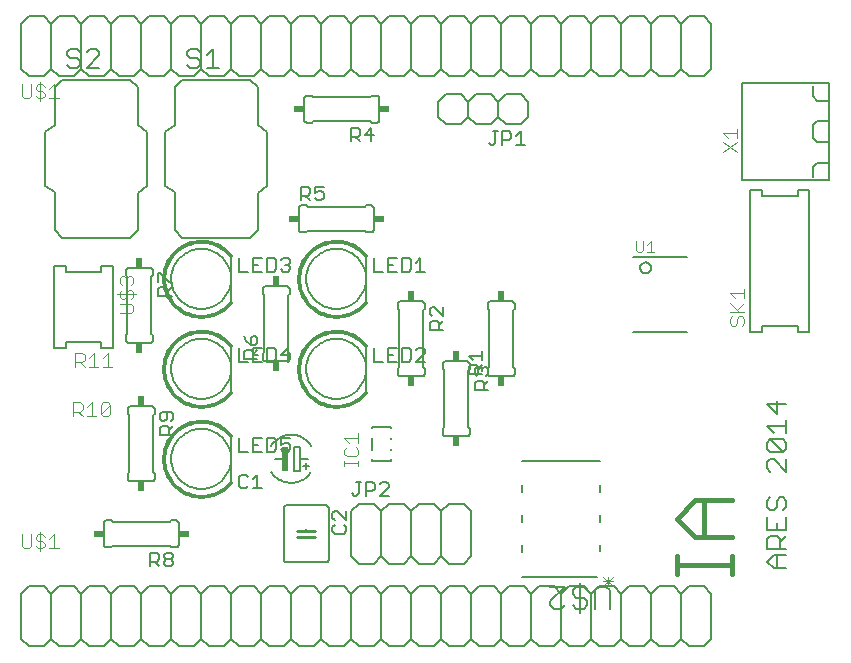
<source format=gto>
G75*
%MOIN*%
%OFA0B0*%
%FSLAX24Y24*%
%IPPOS*%
%LPD*%
%AMOC8*
5,1,8,0,0,1.08239X$1,22.5*
%
%ADD10C,0.0060*%
%ADD11C,0.0160*%
%ADD12C,0.0040*%
%ADD13C,0.0030*%
%ADD14C,0.0080*%
%ADD15C,0.0050*%
%ADD16R,0.0240X0.0340*%
%ADD17R,0.0200X0.0800*%
%ADD18C,0.0100*%
%ADD19C,0.0010*%
%ADD20C,0.0070*%
%ADD21R,0.0340X0.0240*%
D10*
X009753Y010350D02*
X010253Y010350D01*
X010503Y010600D01*
X010503Y012100D01*
X010753Y012350D01*
X011253Y012350D01*
X011503Y012100D01*
X011503Y010600D01*
X011753Y010350D01*
X012253Y010350D01*
X012503Y010600D01*
X012503Y012100D01*
X012753Y012350D01*
X013253Y012350D01*
X013503Y012100D01*
X013503Y010600D01*
X013753Y010350D01*
X014253Y010350D01*
X014503Y010600D01*
X014503Y012100D01*
X014753Y012350D01*
X015253Y012350D01*
X015503Y012100D01*
X015503Y010600D01*
X015753Y010350D01*
X016253Y010350D01*
X016503Y010600D01*
X016503Y012100D01*
X016753Y012350D01*
X017253Y012350D01*
X017503Y012100D01*
X017503Y010600D01*
X017253Y010350D01*
X016753Y010350D01*
X016503Y010600D01*
X017503Y010600D02*
X017753Y010350D01*
X018253Y010350D01*
X018503Y010600D01*
X018503Y012100D01*
X018753Y012350D01*
X019253Y012350D01*
X019503Y012100D01*
X019503Y010600D01*
X019253Y010350D01*
X018753Y010350D01*
X018503Y010600D01*
X019503Y010600D02*
X019753Y010350D01*
X020253Y010350D01*
X020503Y010600D01*
X020503Y012100D01*
X020753Y012350D01*
X021253Y012350D01*
X021503Y012100D01*
X021503Y010600D01*
X021253Y010350D01*
X020753Y010350D01*
X020503Y010600D01*
X021503Y010600D02*
X021753Y010350D01*
X022253Y010350D01*
X022503Y010600D01*
X022503Y012100D01*
X022753Y012350D01*
X023253Y012350D01*
X023503Y012100D01*
X023503Y010600D01*
X023253Y010350D01*
X022753Y010350D01*
X022503Y010600D01*
X023503Y010600D02*
X023753Y010350D01*
X024253Y010350D01*
X024503Y010600D01*
X024503Y012100D01*
X024753Y012350D01*
X025253Y012350D01*
X025503Y012100D01*
X025753Y012350D01*
X026253Y012350D01*
X026503Y012100D01*
X026753Y012350D01*
X027253Y012350D01*
X027503Y012100D01*
X027753Y012350D01*
X028253Y012350D01*
X028503Y012100D01*
X028753Y012350D01*
X029253Y012350D01*
X029503Y012100D01*
X029753Y012350D01*
X030253Y012350D01*
X030503Y012100D01*
X030753Y012350D01*
X031253Y012350D01*
X031503Y012100D01*
X031753Y012350D01*
X032253Y012350D01*
X032503Y012100D01*
X032503Y010600D01*
X032253Y010350D01*
X031753Y010350D01*
X031503Y010600D01*
X031503Y012100D01*
X030503Y012100D02*
X030503Y010600D01*
X030753Y010350D01*
X031253Y010350D01*
X031503Y010600D01*
X030503Y010600D02*
X030253Y010350D01*
X029753Y010350D01*
X029503Y010600D01*
X029503Y012100D01*
X028693Y012670D02*
X026203Y012670D01*
X026503Y012100D02*
X026503Y010600D01*
X026753Y010350D01*
X027253Y010350D01*
X027503Y010600D01*
X027753Y010350D01*
X028253Y010350D01*
X028503Y010600D01*
X028753Y010350D01*
X029253Y010350D01*
X029503Y010600D01*
X028503Y010600D02*
X028503Y012100D01*
X027503Y012100D02*
X027503Y010600D01*
X026503Y010600D02*
X026253Y010350D01*
X025753Y010350D01*
X025503Y010600D01*
X025503Y012100D01*
X024503Y012100D02*
X024253Y012350D01*
X023753Y012350D01*
X023503Y012100D01*
X022503Y012100D02*
X022253Y012350D01*
X021753Y012350D01*
X021503Y012100D01*
X020503Y012100D02*
X020253Y012350D01*
X019753Y012350D01*
X019503Y012100D01*
X018503Y012100D02*
X018253Y012350D01*
X017753Y012350D01*
X017503Y012100D01*
X016503Y012100D02*
X016253Y012350D01*
X015753Y012350D01*
X015503Y012100D01*
X014503Y012100D02*
X014253Y012350D01*
X013753Y012350D01*
X013503Y012100D01*
X012503Y012100D02*
X012253Y012350D01*
X011753Y012350D01*
X011503Y012100D01*
X010503Y012100D02*
X010253Y012350D01*
X009753Y012350D01*
X009503Y012100D01*
X009503Y010600D01*
X009753Y010350D01*
X010503Y010600D02*
X010753Y010350D01*
X011253Y010350D01*
X011503Y010600D01*
X012503Y010600D02*
X012753Y010350D01*
X013253Y010350D01*
X013503Y010600D01*
X014503Y010600D02*
X014753Y010350D01*
X015253Y010350D01*
X015503Y010600D01*
X018353Y013150D02*
X019653Y013150D01*
X019670Y013152D01*
X019687Y013156D01*
X019703Y013163D01*
X019717Y013173D01*
X019730Y013186D01*
X019740Y013200D01*
X019747Y013216D01*
X019751Y013233D01*
X019753Y013250D01*
X019753Y014950D01*
X019751Y014967D01*
X019747Y014984D01*
X019740Y015000D01*
X019730Y015014D01*
X019717Y015027D01*
X019703Y015037D01*
X019687Y015044D01*
X019670Y015048D01*
X019653Y015050D01*
X018353Y015050D01*
X018336Y015048D01*
X018319Y015044D01*
X018303Y015037D01*
X018289Y015027D01*
X018276Y015014D01*
X018266Y015000D01*
X018259Y014984D01*
X018255Y014967D01*
X018253Y014950D01*
X018253Y013250D01*
X018255Y013233D01*
X018259Y013216D01*
X018266Y013200D01*
X018276Y013186D01*
X018289Y013173D01*
X018303Y013163D01*
X018319Y013156D01*
X018336Y013152D01*
X018353Y013150D01*
X019003Y013950D02*
X019003Y014000D01*
X019003Y014200D02*
X019003Y014250D01*
X020503Y014850D02*
X020503Y013350D01*
X020753Y013100D01*
X021253Y013100D01*
X021503Y013350D01*
X021503Y014850D01*
X021753Y015100D01*
X022253Y015100D01*
X022503Y014850D01*
X022503Y013350D01*
X022753Y013100D01*
X023253Y013100D01*
X023503Y013350D01*
X023753Y013100D01*
X024253Y013100D01*
X024503Y013350D01*
X024503Y014850D01*
X024253Y015100D01*
X023753Y015100D01*
X023503Y014850D01*
X023503Y013350D01*
X022503Y013350D02*
X022253Y013100D01*
X021753Y013100D01*
X021503Y013350D01*
X021503Y014850D02*
X021253Y015100D01*
X020753Y015100D01*
X020503Y014850D01*
X019103Y016350D02*
X018903Y016350D01*
X019003Y016450D02*
X019003Y016250D01*
X018803Y016200D02*
X018803Y016600D01*
X018803Y017000D01*
X018603Y017000D01*
X018603Y016200D01*
X018803Y016200D01*
X018803Y016600D02*
X019053Y016600D01*
X019172Y017039D02*
X019140Y017084D01*
X019106Y017126D01*
X019068Y017166D01*
X019029Y017203D01*
X018986Y017238D01*
X018942Y017269D01*
X018895Y017297D01*
X018846Y017323D01*
X018796Y017344D01*
X018745Y017363D01*
X018692Y017377D01*
X018639Y017388D01*
X018585Y017396D01*
X018530Y017400D01*
X018476Y017400D01*
X018421Y017396D01*
X018367Y017388D01*
X018314Y017377D01*
X018261Y017363D01*
X018210Y017344D01*
X018160Y017323D01*
X018111Y017297D01*
X018064Y017269D01*
X018020Y017238D01*
X017977Y017203D01*
X017938Y017166D01*
X017900Y017126D01*
X017866Y017084D01*
X017834Y017039D01*
X017953Y016600D02*
X018253Y016600D01*
X017834Y016161D02*
X017866Y016116D01*
X017900Y016074D01*
X017938Y016034D01*
X017977Y015997D01*
X018020Y015962D01*
X018064Y015931D01*
X018111Y015903D01*
X018160Y015877D01*
X018210Y015856D01*
X018261Y015837D01*
X018314Y015823D01*
X018367Y015812D01*
X018421Y015804D01*
X018476Y015800D01*
X018530Y015800D01*
X018585Y015804D01*
X018639Y015812D01*
X018692Y015823D01*
X018745Y015837D01*
X018796Y015856D01*
X018846Y015877D01*
X018895Y015903D01*
X018942Y015931D01*
X018986Y015962D01*
X019029Y015997D01*
X019068Y016034D01*
X019106Y016074D01*
X019140Y016116D01*
X019172Y016161D01*
X021184Y016540D02*
X021184Y016577D01*
X021184Y016540D02*
X021822Y016540D01*
X021822Y016577D01*
X021822Y016894D02*
X021822Y016932D01*
X021822Y017268D02*
X021822Y017306D01*
X021822Y017623D02*
X021822Y017660D01*
X021184Y017660D01*
X021184Y017623D01*
X021184Y017306D02*
X021184Y016894D01*
X022753Y015100D02*
X023253Y015100D01*
X023503Y014850D01*
X022753Y015100D02*
X022503Y014850D01*
X023653Y017350D02*
X024353Y017350D01*
X024370Y017352D01*
X024387Y017356D01*
X024403Y017363D01*
X024417Y017373D01*
X024430Y017386D01*
X024440Y017400D01*
X024447Y017416D01*
X024451Y017433D01*
X024453Y017450D01*
X024453Y017600D01*
X024403Y017650D01*
X024403Y019550D01*
X024453Y019600D01*
X024453Y019750D01*
X024451Y019767D01*
X024447Y019784D01*
X024440Y019800D01*
X024430Y019814D01*
X024417Y019827D01*
X024403Y019837D01*
X024387Y019844D01*
X024370Y019848D01*
X024353Y019850D01*
X023653Y019850D01*
X023636Y019848D01*
X023619Y019844D01*
X023603Y019837D01*
X023589Y019827D01*
X023576Y019814D01*
X023566Y019800D01*
X023559Y019784D01*
X023555Y019767D01*
X023553Y019750D01*
X023553Y019600D01*
X023603Y019550D01*
X023603Y017650D01*
X023553Y017600D01*
X023553Y017450D01*
X023555Y017433D01*
X023559Y017416D01*
X023566Y017400D01*
X023576Y017386D01*
X023589Y017373D01*
X023603Y017363D01*
X023619Y017356D01*
X023636Y017352D01*
X023653Y017350D01*
X022853Y019350D02*
X022153Y019350D01*
X022136Y019352D01*
X022119Y019356D01*
X022103Y019363D01*
X022089Y019373D01*
X022076Y019386D01*
X022066Y019400D01*
X022059Y019416D01*
X022055Y019433D01*
X022053Y019450D01*
X022053Y019600D01*
X022103Y019650D01*
X022103Y021550D01*
X022053Y021600D01*
X022053Y021750D01*
X022055Y021767D01*
X022059Y021784D01*
X022066Y021800D01*
X022076Y021814D01*
X022089Y021827D01*
X022103Y021837D01*
X022119Y021844D01*
X022136Y021848D01*
X022153Y021850D01*
X022853Y021850D01*
X022870Y021848D01*
X022887Y021844D01*
X022903Y021837D01*
X022917Y021827D01*
X022930Y021814D01*
X022940Y021800D01*
X022947Y021784D01*
X022951Y021767D01*
X022953Y021750D01*
X022953Y021600D01*
X022903Y021550D01*
X022903Y019650D01*
X022953Y019600D01*
X022953Y019450D01*
X022951Y019433D01*
X022947Y019416D01*
X022940Y019400D01*
X022930Y019386D01*
X022917Y019373D01*
X022903Y019363D01*
X022887Y019356D01*
X022870Y019352D01*
X022853Y019350D01*
X025053Y019450D02*
X025053Y019600D01*
X025103Y019650D01*
X025103Y021550D01*
X025053Y021600D01*
X025053Y021750D01*
X025055Y021767D01*
X025059Y021784D01*
X025066Y021800D01*
X025076Y021814D01*
X025089Y021827D01*
X025103Y021837D01*
X025119Y021844D01*
X025136Y021848D01*
X025153Y021850D01*
X025853Y021850D01*
X025870Y021848D01*
X025887Y021844D01*
X025903Y021837D01*
X025917Y021827D01*
X025930Y021814D01*
X025940Y021800D01*
X025947Y021784D01*
X025951Y021767D01*
X025953Y021750D01*
X025953Y021600D01*
X025903Y021550D01*
X025903Y019650D01*
X025953Y019600D01*
X025953Y019450D01*
X025951Y019433D01*
X025947Y019416D01*
X025940Y019400D01*
X025930Y019386D01*
X025917Y019373D01*
X025903Y019363D01*
X025887Y019356D01*
X025870Y019352D01*
X025853Y019350D01*
X025153Y019350D01*
X025136Y019352D01*
X025119Y019356D01*
X025103Y019363D01*
X025089Y019373D01*
X025076Y019386D01*
X025066Y019400D01*
X025059Y019416D01*
X025055Y019433D01*
X025053Y019450D01*
X026203Y016530D02*
X028803Y016530D01*
X028803Y015720D02*
X028803Y015480D01*
X028803Y014720D02*
X028803Y014480D01*
X028803Y013720D02*
X028803Y013530D01*
X026203Y013480D02*
X026203Y013720D01*
X026203Y014480D02*
X026203Y014720D01*
X026203Y015480D02*
X026203Y015720D01*
X025503Y010600D02*
X025253Y010350D01*
X024753Y010350D01*
X024503Y010600D01*
X014503Y016600D02*
X014505Y016663D01*
X014511Y016725D01*
X014521Y016787D01*
X014534Y016849D01*
X014552Y016909D01*
X014573Y016968D01*
X014598Y017026D01*
X014627Y017082D01*
X014659Y017136D01*
X014694Y017188D01*
X014732Y017237D01*
X014774Y017285D01*
X014818Y017329D01*
X014866Y017371D01*
X014915Y017409D01*
X014967Y017444D01*
X015021Y017476D01*
X015077Y017505D01*
X015135Y017530D01*
X015194Y017551D01*
X015254Y017569D01*
X015316Y017582D01*
X015378Y017592D01*
X015440Y017598D01*
X015503Y017600D01*
X015566Y017598D01*
X015628Y017592D01*
X015690Y017582D01*
X015752Y017569D01*
X015812Y017551D01*
X015871Y017530D01*
X015929Y017505D01*
X015985Y017476D01*
X016039Y017444D01*
X016091Y017409D01*
X016140Y017371D01*
X016188Y017329D01*
X016232Y017285D01*
X016274Y017237D01*
X016312Y017188D01*
X016347Y017136D01*
X016379Y017082D01*
X016408Y017026D01*
X016433Y016968D01*
X016454Y016909D01*
X016472Y016849D01*
X016485Y016787D01*
X016495Y016725D01*
X016501Y016663D01*
X016503Y016600D01*
X016501Y016537D01*
X016495Y016475D01*
X016485Y016413D01*
X016472Y016351D01*
X016454Y016291D01*
X016433Y016232D01*
X016408Y016174D01*
X016379Y016118D01*
X016347Y016064D01*
X016312Y016012D01*
X016274Y015963D01*
X016232Y015915D01*
X016188Y015871D01*
X016140Y015829D01*
X016091Y015791D01*
X016039Y015756D01*
X015985Y015724D01*
X015929Y015695D01*
X015871Y015670D01*
X015812Y015649D01*
X015752Y015631D01*
X015690Y015618D01*
X015628Y015608D01*
X015566Y015602D01*
X015503Y015600D01*
X015440Y015602D01*
X015378Y015608D01*
X015316Y015618D01*
X015254Y015631D01*
X015194Y015649D01*
X015135Y015670D01*
X015077Y015695D01*
X015021Y015724D01*
X014967Y015756D01*
X014915Y015791D01*
X014866Y015829D01*
X014818Y015871D01*
X014774Y015915D01*
X014732Y015963D01*
X014694Y016012D01*
X014659Y016064D01*
X014627Y016118D01*
X014598Y016174D01*
X014573Y016232D01*
X014552Y016291D01*
X014534Y016351D01*
X014521Y016413D01*
X014511Y016475D01*
X014505Y016537D01*
X014503Y016600D01*
X013953Y016100D02*
X013953Y015950D01*
X013951Y015933D01*
X013947Y015916D01*
X013940Y015900D01*
X013930Y015886D01*
X013917Y015873D01*
X013903Y015863D01*
X013887Y015856D01*
X013870Y015852D01*
X013853Y015850D01*
X013153Y015850D01*
X013136Y015852D01*
X013119Y015856D01*
X013103Y015863D01*
X013089Y015873D01*
X013076Y015886D01*
X013066Y015900D01*
X013059Y015916D01*
X013055Y015933D01*
X013053Y015950D01*
X013053Y016100D01*
X013103Y016150D01*
X013103Y018050D01*
X013053Y018100D01*
X013053Y018250D01*
X013055Y018267D01*
X013059Y018284D01*
X013066Y018300D01*
X013076Y018314D01*
X013089Y018327D01*
X013103Y018337D01*
X013119Y018344D01*
X013136Y018348D01*
X013153Y018350D01*
X013853Y018350D01*
X013870Y018348D01*
X013887Y018344D01*
X013903Y018337D01*
X013917Y018327D01*
X013930Y018314D01*
X013940Y018300D01*
X013947Y018284D01*
X013951Y018267D01*
X013953Y018250D01*
X013953Y018100D01*
X013903Y018050D01*
X013903Y016150D01*
X013953Y016100D01*
X014503Y014550D02*
X014453Y014500D01*
X012553Y014500D01*
X012503Y014550D01*
X012353Y014550D01*
X012336Y014548D01*
X012319Y014544D01*
X012303Y014537D01*
X012289Y014527D01*
X012276Y014514D01*
X012266Y014500D01*
X012259Y014484D01*
X012255Y014467D01*
X012253Y014450D01*
X012253Y013750D01*
X012255Y013733D01*
X012259Y013716D01*
X012266Y013700D01*
X012276Y013686D01*
X012289Y013673D01*
X012303Y013663D01*
X012319Y013656D01*
X012336Y013652D01*
X012353Y013650D01*
X012503Y013650D01*
X012553Y013700D01*
X014453Y013700D01*
X014503Y013650D01*
X014653Y013650D01*
X014670Y013652D01*
X014687Y013656D01*
X014703Y013663D01*
X014717Y013673D01*
X014730Y013686D01*
X014740Y013700D01*
X014747Y013716D01*
X014751Y013733D01*
X014753Y013750D01*
X014753Y014450D01*
X014751Y014467D01*
X014747Y014484D01*
X014740Y014500D01*
X014730Y014514D01*
X014717Y014527D01*
X014703Y014537D01*
X014687Y014544D01*
X014670Y014548D01*
X014653Y014550D01*
X014503Y014550D01*
X014503Y019600D02*
X014505Y019663D01*
X014511Y019725D01*
X014521Y019787D01*
X014534Y019849D01*
X014552Y019909D01*
X014573Y019968D01*
X014598Y020026D01*
X014627Y020082D01*
X014659Y020136D01*
X014694Y020188D01*
X014732Y020237D01*
X014774Y020285D01*
X014818Y020329D01*
X014866Y020371D01*
X014915Y020409D01*
X014967Y020444D01*
X015021Y020476D01*
X015077Y020505D01*
X015135Y020530D01*
X015194Y020551D01*
X015254Y020569D01*
X015316Y020582D01*
X015378Y020592D01*
X015440Y020598D01*
X015503Y020600D01*
X015566Y020598D01*
X015628Y020592D01*
X015690Y020582D01*
X015752Y020569D01*
X015812Y020551D01*
X015871Y020530D01*
X015929Y020505D01*
X015985Y020476D01*
X016039Y020444D01*
X016091Y020409D01*
X016140Y020371D01*
X016188Y020329D01*
X016232Y020285D01*
X016274Y020237D01*
X016312Y020188D01*
X016347Y020136D01*
X016379Y020082D01*
X016408Y020026D01*
X016433Y019968D01*
X016454Y019909D01*
X016472Y019849D01*
X016485Y019787D01*
X016495Y019725D01*
X016501Y019663D01*
X016503Y019600D01*
X016501Y019537D01*
X016495Y019475D01*
X016485Y019413D01*
X016472Y019351D01*
X016454Y019291D01*
X016433Y019232D01*
X016408Y019174D01*
X016379Y019118D01*
X016347Y019064D01*
X016312Y019012D01*
X016274Y018963D01*
X016232Y018915D01*
X016188Y018871D01*
X016140Y018829D01*
X016091Y018791D01*
X016039Y018756D01*
X015985Y018724D01*
X015929Y018695D01*
X015871Y018670D01*
X015812Y018649D01*
X015752Y018631D01*
X015690Y018618D01*
X015628Y018608D01*
X015566Y018602D01*
X015503Y018600D01*
X015440Y018602D01*
X015378Y018608D01*
X015316Y018618D01*
X015254Y018631D01*
X015194Y018649D01*
X015135Y018670D01*
X015077Y018695D01*
X015021Y018724D01*
X014967Y018756D01*
X014915Y018791D01*
X014866Y018829D01*
X014818Y018871D01*
X014774Y018915D01*
X014732Y018963D01*
X014694Y019012D01*
X014659Y019064D01*
X014627Y019118D01*
X014598Y019174D01*
X014573Y019232D01*
X014552Y019291D01*
X014534Y019351D01*
X014521Y019413D01*
X014511Y019475D01*
X014505Y019537D01*
X014503Y019600D01*
X013794Y020464D02*
X013094Y020464D01*
X013077Y020466D01*
X013060Y020470D01*
X013044Y020477D01*
X013030Y020487D01*
X013017Y020500D01*
X013007Y020514D01*
X013000Y020530D01*
X012996Y020547D01*
X012994Y020564D01*
X012994Y020714D01*
X013044Y020764D01*
X013044Y022664D01*
X012994Y022714D01*
X012994Y022864D01*
X012996Y022881D01*
X013000Y022898D01*
X013007Y022914D01*
X013017Y022928D01*
X013030Y022941D01*
X013044Y022951D01*
X013060Y022958D01*
X013077Y022962D01*
X013094Y022964D01*
X013794Y022964D01*
X013811Y022962D01*
X013828Y022958D01*
X013844Y022951D01*
X013858Y022941D01*
X013871Y022928D01*
X013881Y022914D01*
X013888Y022898D01*
X013892Y022881D01*
X013894Y022864D01*
X013894Y022714D01*
X013844Y022664D01*
X013844Y020764D01*
X013894Y020714D01*
X013894Y020564D01*
X013892Y020547D01*
X013888Y020530D01*
X013881Y020514D01*
X013871Y020500D01*
X013858Y020487D01*
X013844Y020477D01*
X013828Y020470D01*
X013811Y020466D01*
X013794Y020464D01*
X014503Y022600D02*
X014505Y022663D01*
X014511Y022725D01*
X014521Y022787D01*
X014534Y022849D01*
X014552Y022909D01*
X014573Y022968D01*
X014598Y023026D01*
X014627Y023082D01*
X014659Y023136D01*
X014694Y023188D01*
X014732Y023237D01*
X014774Y023285D01*
X014818Y023329D01*
X014866Y023371D01*
X014915Y023409D01*
X014967Y023444D01*
X015021Y023476D01*
X015077Y023505D01*
X015135Y023530D01*
X015194Y023551D01*
X015254Y023569D01*
X015316Y023582D01*
X015378Y023592D01*
X015440Y023598D01*
X015503Y023600D01*
X015566Y023598D01*
X015628Y023592D01*
X015690Y023582D01*
X015752Y023569D01*
X015812Y023551D01*
X015871Y023530D01*
X015929Y023505D01*
X015985Y023476D01*
X016039Y023444D01*
X016091Y023409D01*
X016140Y023371D01*
X016188Y023329D01*
X016232Y023285D01*
X016274Y023237D01*
X016312Y023188D01*
X016347Y023136D01*
X016379Y023082D01*
X016408Y023026D01*
X016433Y022968D01*
X016454Y022909D01*
X016472Y022849D01*
X016485Y022787D01*
X016495Y022725D01*
X016501Y022663D01*
X016503Y022600D01*
X016501Y022537D01*
X016495Y022475D01*
X016485Y022413D01*
X016472Y022351D01*
X016454Y022291D01*
X016433Y022232D01*
X016408Y022174D01*
X016379Y022118D01*
X016347Y022064D01*
X016312Y022012D01*
X016274Y021963D01*
X016232Y021915D01*
X016188Y021871D01*
X016140Y021829D01*
X016091Y021791D01*
X016039Y021756D01*
X015985Y021724D01*
X015929Y021695D01*
X015871Y021670D01*
X015812Y021649D01*
X015752Y021631D01*
X015690Y021618D01*
X015628Y021608D01*
X015566Y021602D01*
X015503Y021600D01*
X015440Y021602D01*
X015378Y021608D01*
X015316Y021618D01*
X015254Y021631D01*
X015194Y021649D01*
X015135Y021670D01*
X015077Y021695D01*
X015021Y021724D01*
X014967Y021756D01*
X014915Y021791D01*
X014866Y021829D01*
X014818Y021871D01*
X014774Y021915D01*
X014732Y021963D01*
X014694Y022012D01*
X014659Y022064D01*
X014627Y022118D01*
X014598Y022174D01*
X014573Y022232D01*
X014552Y022291D01*
X014534Y022351D01*
X014521Y022413D01*
X014511Y022475D01*
X014505Y022537D01*
X014503Y022600D01*
X014873Y023970D02*
X014623Y024220D01*
X014623Y025490D01*
X014303Y025700D01*
X014303Y027500D01*
X014623Y027730D01*
X014623Y028980D01*
X014873Y029230D01*
X017133Y029230D01*
X017383Y028980D01*
X017383Y027730D01*
X017703Y027500D01*
X017703Y025700D01*
X017383Y025470D01*
X017383Y024220D01*
X017133Y023970D01*
X014873Y023970D01*
X013383Y024220D02*
X013383Y025470D01*
X013703Y025700D01*
X013703Y027500D01*
X013383Y027730D01*
X013383Y028980D01*
X013133Y029230D01*
X010873Y029230D01*
X010623Y028980D01*
X010623Y027730D01*
X010303Y027500D01*
X010303Y025700D01*
X010623Y025490D01*
X010623Y024220D01*
X010873Y023970D01*
X013133Y023970D01*
X013383Y024220D01*
X017553Y022250D02*
X017553Y022100D01*
X017603Y022050D01*
X017603Y020150D01*
X017553Y020100D01*
X017553Y019950D01*
X017555Y019933D01*
X017559Y019916D01*
X017566Y019900D01*
X017576Y019886D01*
X017589Y019873D01*
X017603Y019863D01*
X017619Y019856D01*
X017636Y019852D01*
X017653Y019850D01*
X018353Y019850D01*
X018370Y019852D01*
X018387Y019856D01*
X018403Y019863D01*
X018417Y019873D01*
X018430Y019886D01*
X018440Y019900D01*
X018447Y019916D01*
X018451Y019933D01*
X018453Y019950D01*
X018453Y020100D01*
X018403Y020150D01*
X018403Y022050D01*
X018453Y022100D01*
X018453Y022250D01*
X018451Y022267D01*
X018447Y022284D01*
X018440Y022300D01*
X018430Y022314D01*
X018417Y022327D01*
X018403Y022337D01*
X018387Y022344D01*
X018370Y022348D01*
X018353Y022350D01*
X017653Y022350D01*
X017636Y022348D01*
X017619Y022344D01*
X017603Y022337D01*
X017589Y022327D01*
X017576Y022314D01*
X017566Y022300D01*
X017559Y022284D01*
X017555Y022267D01*
X017553Y022250D01*
X018853Y024150D02*
X019003Y024150D01*
X019053Y024200D01*
X020953Y024200D01*
X021003Y024150D01*
X021153Y024150D01*
X021170Y024152D01*
X021187Y024156D01*
X021203Y024163D01*
X021217Y024173D01*
X021230Y024186D01*
X021240Y024200D01*
X021247Y024216D01*
X021251Y024233D01*
X021253Y024250D01*
X021253Y024950D01*
X021251Y024967D01*
X021247Y024984D01*
X021240Y025000D01*
X021230Y025014D01*
X021217Y025027D01*
X021203Y025037D01*
X021187Y025044D01*
X021170Y025048D01*
X021153Y025050D01*
X021003Y025050D01*
X020953Y025000D01*
X019053Y025000D01*
X019003Y025050D01*
X018853Y025050D01*
X018836Y025048D01*
X018819Y025044D01*
X018803Y025037D01*
X018789Y025027D01*
X018776Y025014D01*
X018766Y025000D01*
X018759Y024984D01*
X018755Y024967D01*
X018753Y024950D01*
X018753Y024250D01*
X018755Y024233D01*
X018759Y024216D01*
X018766Y024200D01*
X018776Y024186D01*
X018789Y024173D01*
X018803Y024163D01*
X018819Y024156D01*
X018836Y024152D01*
X018853Y024150D01*
X019003Y022600D02*
X019005Y022663D01*
X019011Y022725D01*
X019021Y022787D01*
X019034Y022849D01*
X019052Y022909D01*
X019073Y022968D01*
X019098Y023026D01*
X019127Y023082D01*
X019159Y023136D01*
X019194Y023188D01*
X019232Y023237D01*
X019274Y023285D01*
X019318Y023329D01*
X019366Y023371D01*
X019415Y023409D01*
X019467Y023444D01*
X019521Y023476D01*
X019577Y023505D01*
X019635Y023530D01*
X019694Y023551D01*
X019754Y023569D01*
X019816Y023582D01*
X019878Y023592D01*
X019940Y023598D01*
X020003Y023600D01*
X020066Y023598D01*
X020128Y023592D01*
X020190Y023582D01*
X020252Y023569D01*
X020312Y023551D01*
X020371Y023530D01*
X020429Y023505D01*
X020485Y023476D01*
X020539Y023444D01*
X020591Y023409D01*
X020640Y023371D01*
X020688Y023329D01*
X020732Y023285D01*
X020774Y023237D01*
X020812Y023188D01*
X020847Y023136D01*
X020879Y023082D01*
X020908Y023026D01*
X020933Y022968D01*
X020954Y022909D01*
X020972Y022849D01*
X020985Y022787D01*
X020995Y022725D01*
X021001Y022663D01*
X021003Y022600D01*
X021001Y022537D01*
X020995Y022475D01*
X020985Y022413D01*
X020972Y022351D01*
X020954Y022291D01*
X020933Y022232D01*
X020908Y022174D01*
X020879Y022118D01*
X020847Y022064D01*
X020812Y022012D01*
X020774Y021963D01*
X020732Y021915D01*
X020688Y021871D01*
X020640Y021829D01*
X020591Y021791D01*
X020539Y021756D01*
X020485Y021724D01*
X020429Y021695D01*
X020371Y021670D01*
X020312Y021649D01*
X020252Y021631D01*
X020190Y021618D01*
X020128Y021608D01*
X020066Y021602D01*
X020003Y021600D01*
X019940Y021602D01*
X019878Y021608D01*
X019816Y021618D01*
X019754Y021631D01*
X019694Y021649D01*
X019635Y021670D01*
X019577Y021695D01*
X019521Y021724D01*
X019467Y021756D01*
X019415Y021791D01*
X019366Y021829D01*
X019318Y021871D01*
X019274Y021915D01*
X019232Y021963D01*
X019194Y022012D01*
X019159Y022064D01*
X019127Y022118D01*
X019098Y022174D01*
X019073Y022232D01*
X019052Y022291D01*
X019034Y022351D01*
X019021Y022413D01*
X019011Y022475D01*
X019005Y022537D01*
X019003Y022600D01*
X019003Y019600D02*
X019005Y019663D01*
X019011Y019725D01*
X019021Y019787D01*
X019034Y019849D01*
X019052Y019909D01*
X019073Y019968D01*
X019098Y020026D01*
X019127Y020082D01*
X019159Y020136D01*
X019194Y020188D01*
X019232Y020237D01*
X019274Y020285D01*
X019318Y020329D01*
X019366Y020371D01*
X019415Y020409D01*
X019467Y020444D01*
X019521Y020476D01*
X019577Y020505D01*
X019635Y020530D01*
X019694Y020551D01*
X019754Y020569D01*
X019816Y020582D01*
X019878Y020592D01*
X019940Y020598D01*
X020003Y020600D01*
X020066Y020598D01*
X020128Y020592D01*
X020190Y020582D01*
X020252Y020569D01*
X020312Y020551D01*
X020371Y020530D01*
X020429Y020505D01*
X020485Y020476D01*
X020539Y020444D01*
X020591Y020409D01*
X020640Y020371D01*
X020688Y020329D01*
X020732Y020285D01*
X020774Y020237D01*
X020812Y020188D01*
X020847Y020136D01*
X020879Y020082D01*
X020908Y020026D01*
X020933Y019968D01*
X020954Y019909D01*
X020972Y019849D01*
X020985Y019787D01*
X020995Y019725D01*
X021001Y019663D01*
X021003Y019600D01*
X021001Y019537D01*
X020995Y019475D01*
X020985Y019413D01*
X020972Y019351D01*
X020954Y019291D01*
X020933Y019232D01*
X020908Y019174D01*
X020879Y019118D01*
X020847Y019064D01*
X020812Y019012D01*
X020774Y018963D01*
X020732Y018915D01*
X020688Y018871D01*
X020640Y018829D01*
X020591Y018791D01*
X020539Y018756D01*
X020485Y018724D01*
X020429Y018695D01*
X020371Y018670D01*
X020312Y018649D01*
X020252Y018631D01*
X020190Y018618D01*
X020128Y018608D01*
X020066Y018602D01*
X020003Y018600D01*
X019940Y018602D01*
X019878Y018608D01*
X019816Y018618D01*
X019754Y018631D01*
X019694Y018649D01*
X019635Y018670D01*
X019577Y018695D01*
X019521Y018724D01*
X019467Y018756D01*
X019415Y018791D01*
X019366Y018829D01*
X019318Y018871D01*
X019274Y018915D01*
X019232Y018963D01*
X019194Y019012D01*
X019159Y019064D01*
X019127Y019118D01*
X019098Y019174D01*
X019073Y019232D01*
X019052Y019291D01*
X019034Y019351D01*
X019021Y019413D01*
X019011Y019475D01*
X019005Y019537D01*
X019003Y019600D01*
X019038Y027804D02*
X019188Y027804D01*
X019238Y027854D01*
X021138Y027854D01*
X021188Y027804D01*
X021338Y027804D01*
X021355Y027806D01*
X021372Y027810D01*
X021388Y027817D01*
X021402Y027827D01*
X021415Y027840D01*
X021425Y027854D01*
X021432Y027870D01*
X021436Y027887D01*
X021438Y027904D01*
X021438Y028604D01*
X021436Y028621D01*
X021432Y028638D01*
X021425Y028654D01*
X021415Y028668D01*
X021402Y028681D01*
X021388Y028691D01*
X021372Y028698D01*
X021355Y028702D01*
X021338Y028704D01*
X021188Y028704D01*
X021138Y028654D01*
X019238Y028654D01*
X019188Y028704D01*
X019038Y028704D01*
X019021Y028702D01*
X019004Y028698D01*
X018988Y028691D01*
X018974Y028681D01*
X018961Y028668D01*
X018951Y028654D01*
X018944Y028638D01*
X018940Y028621D01*
X018938Y028604D01*
X018938Y027904D01*
X018940Y027887D01*
X018944Y027870D01*
X018951Y027854D01*
X018961Y027840D01*
X018974Y027827D01*
X018988Y027817D01*
X019004Y027810D01*
X019021Y027806D01*
X019038Y027804D01*
X019253Y029350D02*
X018753Y029350D01*
X018503Y029600D01*
X018503Y031100D01*
X018753Y031350D01*
X019253Y031350D01*
X019503Y031100D01*
X019503Y029600D01*
X019253Y029350D01*
X019503Y029600D02*
X019753Y029350D01*
X020253Y029350D01*
X020503Y029600D01*
X020503Y031100D01*
X020753Y031350D01*
X021253Y031350D01*
X021503Y031100D01*
X021503Y029600D01*
X021253Y029350D01*
X020753Y029350D01*
X020503Y029600D01*
X021503Y029600D02*
X021753Y029350D01*
X022253Y029350D01*
X022503Y029600D01*
X022503Y031100D01*
X022753Y031350D01*
X023253Y031350D01*
X023503Y031100D01*
X023503Y029600D01*
X023253Y029350D01*
X022753Y029350D01*
X022503Y029600D01*
X023503Y029600D02*
X023753Y029350D01*
X024253Y029350D01*
X024503Y029600D01*
X024503Y031100D01*
X024753Y031350D01*
X025253Y031350D01*
X025503Y031100D01*
X025753Y031350D01*
X026253Y031350D01*
X026503Y031100D01*
X026753Y031350D01*
X027253Y031350D01*
X027503Y031100D01*
X027753Y031350D01*
X028253Y031350D01*
X028503Y031100D01*
X028753Y031350D01*
X029253Y031350D01*
X029503Y031100D01*
X029753Y031350D01*
X030253Y031350D01*
X030503Y031100D01*
X030753Y031350D01*
X031253Y031350D01*
X031503Y031100D01*
X031753Y031350D01*
X032253Y031350D01*
X032503Y031100D01*
X032503Y029600D01*
X032253Y029350D01*
X031753Y029350D01*
X031503Y029600D01*
X031503Y031100D01*
X030503Y031100D02*
X030503Y029600D01*
X030753Y029350D01*
X031253Y029350D01*
X031503Y029600D01*
X030503Y029600D02*
X030253Y029350D01*
X029753Y029350D01*
X029503Y029600D01*
X029503Y031100D01*
X028503Y031100D02*
X028503Y029600D01*
X028753Y029350D01*
X029253Y029350D01*
X029503Y029600D01*
X028503Y029600D02*
X028253Y029350D01*
X027753Y029350D01*
X027503Y029600D01*
X027503Y031100D01*
X026503Y031100D02*
X026503Y029600D01*
X026753Y029350D01*
X027253Y029350D01*
X027503Y029600D01*
X026503Y029600D02*
X026253Y029350D01*
X025753Y029350D01*
X025503Y029600D01*
X025503Y031100D01*
X024503Y031100D02*
X024253Y031350D01*
X023753Y031350D01*
X023503Y031100D01*
X022503Y031100D02*
X022253Y031350D01*
X021753Y031350D01*
X021503Y031100D01*
X020503Y031100D02*
X020253Y031350D01*
X019753Y031350D01*
X019503Y031100D01*
X018503Y031100D02*
X018253Y031350D01*
X017753Y031350D01*
X017503Y031100D01*
X017503Y029600D01*
X017253Y029350D01*
X016753Y029350D01*
X016503Y029600D01*
X016503Y031100D01*
X016753Y031350D01*
X017253Y031350D01*
X017503Y031100D01*
X016503Y031100D02*
X016253Y031350D01*
X015753Y031350D01*
X015503Y031100D01*
X015503Y029600D01*
X015753Y029350D01*
X016253Y029350D01*
X016503Y029600D01*
X017503Y029600D02*
X017753Y029350D01*
X018253Y029350D01*
X018503Y029600D01*
X015503Y029600D02*
X015253Y029350D01*
X014753Y029350D01*
X014503Y029600D01*
X014503Y031100D01*
X014753Y031350D01*
X015253Y031350D01*
X015503Y031100D01*
X014503Y031100D02*
X014253Y031350D01*
X013753Y031350D01*
X013503Y031100D01*
X013503Y029600D01*
X013753Y029350D01*
X014253Y029350D01*
X014503Y029600D01*
X013503Y029600D02*
X013253Y029350D01*
X012753Y029350D01*
X012503Y029600D01*
X012503Y031100D01*
X012753Y031350D01*
X013253Y031350D01*
X013503Y031100D01*
X012503Y031100D02*
X012253Y031350D01*
X011753Y031350D01*
X011503Y031100D01*
X011503Y029600D01*
X011753Y029350D01*
X012253Y029350D01*
X012503Y029600D01*
X011503Y029600D02*
X011253Y029350D01*
X010753Y029350D01*
X010503Y029600D01*
X010503Y031100D01*
X010753Y031350D01*
X011253Y031350D01*
X011503Y031100D01*
X010503Y031100D02*
X010253Y031350D01*
X009753Y031350D01*
X009503Y031100D01*
X009503Y029600D01*
X009753Y029350D01*
X010253Y029350D01*
X010503Y029600D01*
X023408Y028507D02*
X023408Y028007D01*
X023658Y027757D01*
X024158Y027757D01*
X024408Y028007D01*
X024408Y028507D01*
X024158Y028757D01*
X023658Y028757D01*
X023408Y028507D01*
X024408Y028507D02*
X024658Y028757D01*
X025158Y028757D01*
X025408Y028507D01*
X025658Y028757D01*
X026158Y028757D01*
X026408Y028507D01*
X026408Y028007D01*
X026158Y027757D01*
X025658Y027757D01*
X025408Y028007D01*
X025158Y027757D01*
X024658Y027757D01*
X024408Y028007D01*
X025408Y028007D02*
X025408Y028507D01*
X025253Y029350D02*
X024753Y029350D01*
X024503Y029600D01*
X025253Y029350D02*
X025503Y029600D01*
X029895Y023318D02*
X031693Y023318D01*
X030134Y022968D02*
X030136Y022994D01*
X030142Y023020D01*
X030151Y023044D01*
X030164Y023067D01*
X030180Y023088D01*
X030199Y023106D01*
X030220Y023122D01*
X030244Y023134D01*
X030268Y023142D01*
X030294Y023147D01*
X030321Y023148D01*
X030347Y023145D01*
X030372Y023138D01*
X030396Y023128D01*
X030419Y023114D01*
X030439Y023098D01*
X030456Y023078D01*
X030471Y023056D01*
X030482Y023032D01*
X030490Y023007D01*
X030494Y022981D01*
X030494Y022955D01*
X030490Y022929D01*
X030482Y022904D01*
X030471Y022880D01*
X030456Y022858D01*
X030439Y022838D01*
X030419Y022822D01*
X030396Y022808D01*
X030372Y022798D01*
X030347Y022791D01*
X030321Y022788D01*
X030294Y022789D01*
X030268Y022794D01*
X030244Y022802D01*
X030220Y022814D01*
X030199Y022830D01*
X030180Y022848D01*
X030164Y022869D01*
X030151Y022892D01*
X030142Y022916D01*
X030136Y022942D01*
X030134Y022968D01*
X029895Y020827D02*
X031693Y020827D01*
X034372Y018430D02*
X034692Y018109D01*
X034692Y018536D01*
X035012Y018430D02*
X034372Y018430D01*
X034372Y017678D02*
X035012Y017678D01*
X035012Y017465D02*
X035012Y017892D01*
X034585Y017465D02*
X034372Y017678D01*
X034478Y017247D02*
X034905Y016820D01*
X035012Y016927D01*
X035012Y017140D01*
X034905Y017247D01*
X034478Y017247D01*
X034372Y017140D01*
X034372Y016927D01*
X034478Y016820D01*
X034905Y016820D01*
X035012Y016603D02*
X035012Y016176D01*
X034585Y016603D01*
X034478Y016603D01*
X034372Y016496D01*
X034372Y016282D01*
X034478Y016176D01*
X034478Y015314D02*
X034372Y015207D01*
X034372Y014993D01*
X034478Y014886D01*
X034585Y014886D01*
X034692Y014993D01*
X034692Y015207D01*
X034799Y015314D01*
X034905Y015314D01*
X035012Y015207D01*
X035012Y014993D01*
X034905Y014886D01*
X035012Y014669D02*
X035012Y014242D01*
X034372Y014242D01*
X034372Y014669D01*
X034692Y014455D02*
X034692Y014242D01*
X034692Y014024D02*
X034799Y013918D01*
X034799Y013597D01*
X035012Y013597D02*
X034372Y013597D01*
X034372Y013918D01*
X034478Y014024D01*
X034692Y014024D01*
X034799Y013811D02*
X035012Y014024D01*
X035012Y013380D02*
X034585Y013380D01*
X034372Y013166D01*
X034585Y012953D01*
X035012Y012953D01*
X034692Y012953D02*
X034692Y013380D01*
D11*
X033198Y013373D02*
X033198Y012759D01*
X033198Y013066D02*
X031357Y013066D01*
X031357Y012759D02*
X031357Y013373D01*
X031971Y013986D02*
X031357Y014600D01*
X031971Y015214D01*
X033198Y015214D01*
X032278Y015214D02*
X032278Y013986D01*
X031971Y013986D02*
X033198Y013986D01*
D12*
X033209Y021039D02*
X033286Y021039D01*
X033363Y021116D01*
X033363Y021269D01*
X033440Y021346D01*
X033516Y021346D01*
X033593Y021269D01*
X033593Y021116D01*
X033516Y021039D01*
X033209Y021039D02*
X033133Y021116D01*
X033133Y021269D01*
X033209Y021346D01*
X033133Y021500D02*
X033593Y021500D01*
X033440Y021500D02*
X033133Y021807D01*
X033286Y021960D02*
X033133Y022114D01*
X033593Y022114D01*
X033593Y022267D02*
X033593Y021960D01*
X033593Y021807D02*
X033363Y021576D01*
X030603Y023488D02*
X030362Y023488D01*
X030483Y023488D02*
X030483Y023849D01*
X030362Y023729D01*
X030234Y023849D02*
X030234Y023548D01*
X030174Y023488D01*
X030054Y023488D01*
X029994Y023548D01*
X029994Y023849D01*
X032912Y026840D02*
X033373Y027147D01*
X033373Y027301D02*
X033373Y027608D01*
X033373Y027454D02*
X032912Y027454D01*
X033066Y027301D01*
X032912Y027147D02*
X033373Y026840D01*
X020733Y017444D02*
X020733Y017137D01*
X020733Y017291D02*
X020272Y017291D01*
X020426Y017137D01*
X020349Y016984D02*
X020272Y016907D01*
X020272Y016754D01*
X020349Y016677D01*
X020656Y016677D01*
X020733Y016754D01*
X020733Y016907D01*
X020656Y016984D01*
X020733Y016523D02*
X020733Y016370D01*
X020733Y016447D02*
X020272Y016447D01*
X020272Y016523D02*
X020272Y016370D01*
X013247Y021542D02*
X013247Y021695D01*
X013170Y021772D01*
X012786Y021772D01*
X012863Y021926D02*
X012786Y022002D01*
X012786Y022156D01*
X012863Y022233D01*
X012863Y022386D02*
X012786Y022463D01*
X012786Y022616D01*
X012863Y022693D01*
X012940Y022693D01*
X013016Y022616D01*
X013093Y022693D01*
X013170Y022693D01*
X013247Y022616D01*
X013247Y022463D01*
X013170Y022386D01*
X013170Y022233D02*
X013093Y022233D01*
X013016Y022156D01*
X013016Y022002D01*
X012940Y021926D01*
X012863Y021926D01*
X012709Y022079D02*
X013323Y022079D01*
X013247Y022002D02*
X013247Y022156D01*
X013170Y022233D01*
X013247Y022002D02*
X013170Y021926D01*
X013247Y021542D02*
X013170Y021465D01*
X012786Y021465D01*
X013016Y022539D02*
X013016Y022616D01*
X012383Y020128D02*
X012383Y019667D01*
X012536Y019667D02*
X012229Y019667D01*
X012076Y019667D02*
X011769Y019667D01*
X011922Y019667D02*
X011922Y020128D01*
X011769Y019974D01*
X011615Y020051D02*
X011615Y019897D01*
X011538Y019821D01*
X011308Y019821D01*
X011462Y019821D02*
X011615Y019667D01*
X011308Y019667D02*
X011308Y020128D01*
X011538Y020128D01*
X011615Y020051D01*
X012229Y019974D02*
X012383Y020128D01*
X012392Y018478D02*
X012469Y018401D01*
X012162Y018094D01*
X012239Y018018D01*
X012392Y018018D01*
X012469Y018094D01*
X012469Y018401D01*
X012392Y018478D02*
X012239Y018478D01*
X012162Y018401D01*
X012162Y018094D01*
X012009Y018018D02*
X011702Y018018D01*
X011855Y018018D02*
X011855Y018478D01*
X011702Y018325D01*
X011548Y018401D02*
X011548Y018248D01*
X011472Y018171D01*
X011241Y018171D01*
X011241Y018018D02*
X011241Y018478D01*
X011472Y018478D01*
X011548Y018401D01*
X011395Y018171D02*
X011548Y018018D01*
X010597Y014080D02*
X010597Y013620D01*
X010444Y013620D02*
X010751Y013620D01*
X010444Y013927D02*
X010597Y014080D01*
X010290Y014004D02*
X010213Y014080D01*
X010060Y014080D01*
X009983Y014004D01*
X009983Y013927D01*
X010060Y013850D01*
X010213Y013850D01*
X010290Y013773D01*
X010290Y013697D01*
X010213Y013620D01*
X010060Y013620D01*
X009983Y013697D01*
X009830Y013697D02*
X009830Y014080D01*
X009523Y014080D02*
X009523Y013697D01*
X009600Y013620D01*
X009753Y013620D01*
X009830Y013697D01*
X010137Y013543D02*
X010137Y014157D01*
X010137Y028543D02*
X010137Y029157D01*
X010213Y029080D02*
X010290Y029004D01*
X010213Y029080D02*
X010060Y029080D01*
X009983Y029004D01*
X009983Y028927D01*
X010060Y028850D01*
X010213Y028850D01*
X010290Y028773D01*
X010290Y028697D01*
X010213Y028620D01*
X010060Y028620D01*
X009983Y028697D01*
X009830Y028697D02*
X009830Y029080D01*
X009523Y029080D02*
X009523Y028697D01*
X009600Y028620D01*
X009753Y028620D01*
X009830Y028697D01*
X010444Y028620D02*
X010751Y028620D01*
X010597Y028620D02*
X010597Y029080D01*
X010444Y028927D01*
D13*
X028904Y012667D02*
X029218Y012353D01*
X029218Y012510D02*
X028904Y012510D01*
X028904Y012353D02*
X029218Y012667D01*
X029061Y012667D02*
X029061Y012353D01*
D14*
X029009Y012340D02*
X028763Y012340D01*
X028639Y012217D01*
X028639Y011599D01*
X028378Y011723D02*
X028378Y011846D01*
X028254Y011970D01*
X028007Y011970D01*
X027884Y012093D01*
X027884Y012217D01*
X028007Y012340D01*
X028254Y012340D01*
X028378Y012217D01*
X028131Y012463D02*
X028131Y011476D01*
X028254Y011599D02*
X028007Y011599D01*
X027884Y011723D01*
X027623Y011723D02*
X027499Y011599D01*
X027252Y011599D01*
X027129Y011723D01*
X027129Y011846D01*
X027623Y012340D01*
X027129Y012340D01*
X028254Y011599D02*
X028378Y011723D01*
X029133Y011599D02*
X029133Y012217D01*
X029009Y012340D01*
X021003Y018850D02*
X021003Y020350D01*
X021003Y021850D02*
X021003Y023350D01*
X016503Y023350D02*
X016503Y021850D01*
X016503Y020350D02*
X016503Y018850D01*
X016503Y017350D02*
X016503Y015850D01*
X033530Y025895D02*
X036444Y025895D01*
X036444Y029124D01*
X033530Y029124D01*
X033530Y025895D01*
X035902Y025994D02*
X035902Y026338D01*
X036040Y026476D01*
X036385Y026476D01*
X036385Y027165D02*
X036040Y027165D01*
X035902Y027303D01*
X035902Y027716D01*
X036040Y027854D01*
X036385Y027854D01*
X036385Y028543D02*
X036040Y028543D01*
X035902Y028681D01*
X035902Y029025D01*
D15*
X035778Y025547D02*
X035385Y025547D01*
X035385Y025350D01*
X034204Y025350D01*
X034204Y025547D01*
X033810Y025547D01*
X033810Y020822D01*
X034204Y020822D01*
X034204Y021019D01*
X035385Y021019D01*
X035385Y020822D01*
X035778Y020822D01*
X035778Y025547D01*
X026303Y027062D02*
X026003Y027062D01*
X026153Y027062D02*
X026153Y027513D01*
X026003Y027363D01*
X025843Y027438D02*
X025843Y027288D01*
X025768Y027213D01*
X025543Y027213D01*
X025543Y027062D02*
X025543Y027513D01*
X025768Y027513D01*
X025843Y027438D01*
X025382Y027513D02*
X025232Y027513D01*
X025307Y027513D02*
X025307Y027138D01*
X025232Y027062D01*
X025157Y027062D01*
X025082Y027138D01*
X021253Y027404D02*
X020952Y027404D01*
X021178Y027629D01*
X021178Y027179D01*
X020792Y027179D02*
X020642Y027329D01*
X020717Y027329D02*
X020492Y027329D01*
X020492Y027179D02*
X020492Y027629D01*
X020717Y027629D01*
X020792Y027554D01*
X020792Y027404D01*
X020717Y027329D01*
X019588Y025675D02*
X019288Y025675D01*
X019288Y025450D01*
X019438Y025525D01*
X019513Y025525D01*
X019588Y025450D01*
X019588Y025300D01*
X019513Y025225D01*
X019363Y025225D01*
X019288Y025300D01*
X019128Y025225D02*
X018978Y025375D01*
X019053Y025375D02*
X018828Y025375D01*
X018828Y025225D02*
X018828Y025675D01*
X019053Y025675D01*
X019128Y025600D01*
X019128Y025450D01*
X019053Y025375D01*
X018384Y023285D02*
X018459Y023210D01*
X018459Y023135D01*
X018384Y023060D01*
X018459Y022985D01*
X018459Y022910D01*
X018384Y022835D01*
X018234Y022835D01*
X018159Y022910D01*
X017999Y022910D02*
X017924Y022835D01*
X017699Y022835D01*
X017699Y023285D01*
X017924Y023285D01*
X017999Y023210D01*
X017999Y022910D01*
X018159Y023210D02*
X018234Y023285D01*
X018384Y023285D01*
X018384Y023060D02*
X018309Y023060D01*
X017538Y022835D02*
X017238Y022835D01*
X017238Y023285D01*
X017538Y023285D01*
X017388Y023060D02*
X017238Y023060D01*
X017078Y022835D02*
X016778Y022835D01*
X016778Y023285D01*
X014519Y022479D02*
X014444Y022479D01*
X014143Y022779D01*
X014068Y022779D01*
X014068Y022479D01*
X014143Y022319D02*
X014294Y022319D01*
X014369Y022244D01*
X014369Y022018D01*
X014519Y022018D02*
X014068Y022018D01*
X014068Y022244D01*
X014143Y022319D01*
X014369Y022169D02*
X014519Y022319D01*
X012570Y023023D02*
X012176Y023023D01*
X012176Y022826D01*
X010995Y022826D01*
X010995Y023023D01*
X010601Y023023D01*
X010601Y020299D01*
X010995Y020299D01*
X010995Y020496D01*
X012176Y020496D01*
X012176Y020299D01*
X012570Y020299D01*
X012570Y023023D01*
X016778Y020285D02*
X016778Y019835D01*
X017078Y019835D01*
X017238Y019835D02*
X017238Y020285D01*
X017538Y020285D01*
X017699Y020285D02*
X017699Y019835D01*
X017924Y019835D01*
X017999Y019910D01*
X017999Y020210D01*
X017924Y020285D01*
X017699Y020285D01*
X017378Y020225D02*
X017228Y020075D01*
X017238Y020060D02*
X017388Y020060D01*
X017378Y019925D02*
X016927Y019925D01*
X016927Y020150D01*
X017003Y020225D01*
X017153Y020225D01*
X017228Y020150D01*
X017228Y019925D01*
X017238Y019835D02*
X017538Y019835D01*
X017303Y020385D02*
X017153Y020385D01*
X017153Y020611D01*
X017228Y020686D01*
X017303Y020686D01*
X017378Y020611D01*
X017378Y020460D01*
X017303Y020385D01*
X017153Y020385D02*
X017003Y020536D01*
X016927Y020686D01*
X018159Y020060D02*
X018459Y020060D01*
X018384Y019835D02*
X018384Y020285D01*
X018159Y020060D01*
X021278Y019835D02*
X021578Y019835D01*
X021738Y019835D02*
X022038Y019835D01*
X022199Y019835D02*
X022424Y019835D01*
X022499Y019910D01*
X022499Y020210D01*
X022424Y020285D01*
X022199Y020285D01*
X022199Y019835D01*
X021888Y020060D02*
X021738Y020060D01*
X021738Y020285D02*
X021738Y019835D01*
X021738Y020285D02*
X022038Y020285D01*
X022659Y020210D02*
X022734Y020285D01*
X022884Y020285D01*
X022959Y020210D01*
X022959Y020135D01*
X022659Y019835D01*
X022959Y019835D01*
X023127Y020904D02*
X023127Y021129D01*
X023203Y021204D01*
X023353Y021204D01*
X023428Y021129D01*
X023428Y020904D01*
X023578Y020904D02*
X023127Y020904D01*
X023428Y021054D02*
X023578Y021204D01*
X023578Y021365D02*
X023278Y021665D01*
X023203Y021665D01*
X023127Y021590D01*
X023127Y021440D01*
X023203Y021365D01*
X023578Y021365D02*
X023578Y021665D01*
X022959Y022835D02*
X022659Y022835D01*
X022809Y022835D02*
X022809Y023285D01*
X022659Y023135D01*
X022499Y023210D02*
X022424Y023285D01*
X022199Y023285D01*
X022199Y022835D01*
X022424Y022835D01*
X022499Y022910D01*
X022499Y023210D01*
X022038Y023285D02*
X021738Y023285D01*
X021738Y022835D01*
X022038Y022835D01*
X021888Y023060D02*
X021738Y023060D01*
X021578Y022835D02*
X021278Y022835D01*
X021278Y023285D01*
X021278Y020285D02*
X021278Y019835D01*
X018459Y017285D02*
X018159Y017285D01*
X018159Y017060D01*
X018309Y017135D01*
X018384Y017135D01*
X018459Y017060D01*
X018459Y016910D01*
X018384Y016835D01*
X018234Y016835D01*
X018159Y016910D01*
X017999Y016910D02*
X017999Y017210D01*
X017924Y017285D01*
X017699Y017285D01*
X017699Y016835D01*
X017924Y016835D01*
X017999Y016910D01*
X017538Y016835D02*
X017238Y016835D01*
X017238Y017285D01*
X017538Y017285D01*
X017388Y017060D02*
X017238Y017060D01*
X017078Y016835D02*
X016778Y016835D01*
X016778Y017285D01*
X016832Y016075D02*
X016757Y016000D01*
X016757Y015700D01*
X016832Y015625D01*
X016982Y015625D01*
X017057Y015700D01*
X017217Y015625D02*
X017518Y015625D01*
X017368Y015625D02*
X017368Y016075D01*
X017217Y015925D01*
X017057Y016000D02*
X016982Y016075D01*
X016832Y016075D01*
X014578Y017404D02*
X014127Y017404D01*
X014127Y017629D01*
X014203Y017704D01*
X014353Y017704D01*
X014428Y017629D01*
X014428Y017404D01*
X014428Y017554D02*
X014578Y017704D01*
X014503Y017865D02*
X014578Y017940D01*
X014578Y018090D01*
X014503Y018165D01*
X014203Y018165D01*
X014127Y018090D01*
X014127Y017940D01*
X014203Y017865D01*
X014278Y017865D01*
X014353Y017940D01*
X014353Y018165D01*
X014343Y013475D02*
X014267Y013400D01*
X014267Y013325D01*
X014343Y013250D01*
X014493Y013250D01*
X014568Y013175D01*
X014568Y013100D01*
X014493Y013025D01*
X014343Y013025D01*
X014267Y013100D01*
X014267Y013175D01*
X014343Y013250D01*
X014493Y013250D02*
X014568Y013325D01*
X014568Y013400D01*
X014493Y013475D01*
X014343Y013475D01*
X014107Y013400D02*
X014107Y013250D01*
X014032Y013175D01*
X013807Y013175D01*
X013807Y013025D02*
X013807Y013475D01*
X014032Y013475D01*
X014107Y013400D01*
X013957Y013175D02*
X014107Y013025D01*
X019877Y014179D02*
X019953Y014104D01*
X020253Y014104D01*
X020328Y014179D01*
X020328Y014329D01*
X020253Y014404D01*
X020328Y014565D02*
X020028Y014865D01*
X019953Y014865D01*
X019877Y014790D01*
X019877Y014640D01*
X019953Y014565D01*
X019953Y014404D02*
X019877Y014329D01*
X019877Y014179D01*
X020328Y014565D02*
X020328Y014865D01*
X020603Y015375D02*
X020528Y015450D01*
X020603Y015375D02*
X020678Y015375D01*
X020753Y015450D01*
X020753Y015825D01*
X020678Y015825D02*
X020828Y015825D01*
X020988Y015825D02*
X020988Y015375D01*
X020988Y015525D02*
X021213Y015525D01*
X021288Y015600D01*
X021288Y015750D01*
X021213Y015825D01*
X020988Y015825D01*
X021449Y015750D02*
X021524Y015825D01*
X021674Y015825D01*
X021749Y015750D01*
X021749Y015675D01*
X021449Y015375D01*
X021749Y015375D01*
X024627Y018904D02*
X024627Y019129D01*
X024703Y019204D01*
X024853Y019204D01*
X024928Y019129D01*
X024928Y018904D01*
X025078Y018904D02*
X024627Y018904D01*
X024928Y019054D02*
X025078Y019204D01*
X025003Y019365D02*
X025078Y019440D01*
X025078Y019590D01*
X025003Y019665D01*
X024928Y019665D01*
X024853Y019590D01*
X024853Y019515D01*
X024853Y019590D02*
X024778Y019665D01*
X024703Y019665D01*
X024627Y019590D01*
X024627Y019440D01*
X024703Y019365D01*
X024728Y019425D02*
X024728Y019650D01*
X024653Y019725D01*
X024503Y019725D01*
X024427Y019650D01*
X024427Y019425D01*
X024878Y019425D01*
X024728Y019575D02*
X024878Y019725D01*
X024878Y019885D02*
X024878Y020186D01*
X024878Y020036D02*
X024427Y020036D01*
X024578Y019885D01*
D16*
X024003Y020020D03*
X025503Y019180D03*
X024003Y017180D03*
X022503Y019180D03*
X022503Y022020D03*
X025503Y022020D03*
X018003Y022520D03*
X018003Y019680D03*
X013444Y020294D03*
X013503Y018520D03*
X013503Y015680D03*
X013444Y023134D03*
D17*
X018303Y016600D03*
D18*
X018703Y014200D02*
X019003Y014200D01*
X019303Y014200D01*
X019303Y014000D02*
X019003Y014000D01*
X018703Y014000D01*
D19*
X016535Y017380D02*
X016463Y017326D01*
X016464Y017327D02*
X016421Y017380D01*
X016376Y017431D01*
X016327Y017479D01*
X016276Y017524D01*
X016222Y017567D01*
X016166Y017606D01*
X016108Y017642D01*
X016048Y017675D01*
X015987Y017704D01*
X015923Y017729D01*
X015859Y017751D01*
X015793Y017770D01*
X015726Y017784D01*
X015659Y017795D01*
X015591Y017802D01*
X015523Y017805D01*
X015454Y017804D01*
X015386Y017799D01*
X015318Y017791D01*
X015251Y017778D01*
X015185Y017762D01*
X015120Y017742D01*
X015055Y017719D01*
X014993Y017692D01*
X014932Y017661D01*
X014873Y017627D01*
X014815Y017590D01*
X014760Y017549D01*
X014708Y017505D01*
X014658Y017459D01*
X014611Y017410D01*
X014566Y017358D01*
X014525Y017304D01*
X014486Y017247D01*
X014451Y017188D01*
X014420Y017128D01*
X014392Y017066D01*
X014367Y017002D01*
X014346Y016937D01*
X014329Y016871D01*
X014315Y016804D01*
X014306Y016736D01*
X014300Y016668D01*
X014298Y016600D01*
X014300Y016532D01*
X014306Y016464D01*
X014315Y016396D01*
X014329Y016329D01*
X014346Y016263D01*
X014367Y016198D01*
X014392Y016134D01*
X014420Y016072D01*
X014451Y016012D01*
X014486Y015953D01*
X014525Y015896D01*
X014566Y015842D01*
X014611Y015790D01*
X014658Y015741D01*
X014708Y015695D01*
X014760Y015651D01*
X014815Y015610D01*
X014873Y015573D01*
X014932Y015539D01*
X014993Y015508D01*
X015055Y015481D01*
X015120Y015458D01*
X015185Y015438D01*
X015251Y015422D01*
X015318Y015409D01*
X015386Y015401D01*
X015454Y015396D01*
X015523Y015395D01*
X015591Y015398D01*
X015659Y015405D01*
X015726Y015416D01*
X015793Y015430D01*
X015859Y015449D01*
X015923Y015471D01*
X015987Y015496D01*
X016048Y015525D01*
X016108Y015558D01*
X016166Y015594D01*
X016222Y015633D01*
X016276Y015676D01*
X016327Y015721D01*
X016376Y015769D01*
X016421Y015820D01*
X016464Y015873D01*
X016535Y015820D01*
X016536Y015819D01*
X016492Y015764D01*
X016444Y015711D01*
X016394Y015660D01*
X016341Y015613D01*
X016286Y015569D01*
X016228Y015527D01*
X016168Y015489D01*
X016107Y015454D01*
X016043Y015423D01*
X015978Y015395D01*
X015911Y015371D01*
X015843Y015350D01*
X015774Y015334D01*
X015704Y015321D01*
X015634Y015312D01*
X015563Y015306D01*
X015492Y015305D01*
X015421Y015308D01*
X015350Y015314D01*
X015280Y015324D01*
X015211Y015338D01*
X015142Y015356D01*
X015074Y015378D01*
X015008Y015403D01*
X014943Y015432D01*
X014880Y015465D01*
X014819Y015501D01*
X014760Y015540D01*
X014703Y015582D01*
X014648Y015627D01*
X014596Y015676D01*
X014547Y015727D01*
X014500Y015780D01*
X014457Y015837D01*
X014417Y015895D01*
X014380Y015956D01*
X014346Y016018D01*
X014316Y016082D01*
X014289Y016148D01*
X014266Y016215D01*
X014247Y016284D01*
X014232Y016353D01*
X014220Y016423D01*
X014212Y016494D01*
X014208Y016565D01*
X014208Y016635D01*
X014212Y016706D01*
X014220Y016777D01*
X014232Y016847D01*
X014247Y016916D01*
X014266Y016985D01*
X014289Y017052D01*
X014316Y017118D01*
X014346Y017182D01*
X014380Y017244D01*
X014417Y017305D01*
X014457Y017363D01*
X014500Y017420D01*
X014547Y017473D01*
X014596Y017524D01*
X014648Y017573D01*
X014703Y017618D01*
X014760Y017660D01*
X014819Y017699D01*
X014880Y017735D01*
X014943Y017768D01*
X015008Y017797D01*
X015074Y017822D01*
X015142Y017844D01*
X015211Y017862D01*
X015280Y017876D01*
X015350Y017886D01*
X015421Y017892D01*
X015492Y017895D01*
X015563Y017894D01*
X015634Y017888D01*
X015704Y017879D01*
X015774Y017866D01*
X015843Y017850D01*
X015911Y017829D01*
X015978Y017805D01*
X016043Y017777D01*
X016107Y017746D01*
X016168Y017711D01*
X016228Y017673D01*
X016286Y017631D01*
X016341Y017587D01*
X016394Y017540D01*
X016444Y017489D01*
X016492Y017436D01*
X016536Y017381D01*
X016529Y017376D01*
X016484Y017431D01*
X016437Y017484D01*
X016386Y017535D01*
X016333Y017582D01*
X016277Y017627D01*
X016219Y017668D01*
X016159Y017706D01*
X016097Y017741D01*
X016033Y017772D01*
X015967Y017799D01*
X015900Y017823D01*
X015831Y017843D01*
X015762Y017860D01*
X015692Y017872D01*
X015621Y017881D01*
X015550Y017885D01*
X015479Y017886D01*
X015408Y017882D01*
X015337Y017875D01*
X015266Y017864D01*
X015197Y017849D01*
X015128Y017830D01*
X015060Y017807D01*
X014994Y017781D01*
X014929Y017751D01*
X014867Y017717D01*
X014806Y017681D01*
X014747Y017640D01*
X014690Y017597D01*
X014636Y017550D01*
X014585Y017501D01*
X014537Y017448D01*
X014491Y017394D01*
X014449Y017336D01*
X014410Y017277D01*
X014374Y017215D01*
X014341Y017152D01*
X014313Y017087D01*
X014287Y017020D01*
X014266Y016952D01*
X014248Y016883D01*
X014235Y016813D01*
X014225Y016742D01*
X014219Y016671D01*
X014217Y016600D01*
X014219Y016529D01*
X014225Y016458D01*
X014235Y016387D01*
X014248Y016317D01*
X014266Y016248D01*
X014287Y016180D01*
X014313Y016113D01*
X014341Y016048D01*
X014374Y015985D01*
X014410Y015923D01*
X014449Y015864D01*
X014491Y015806D01*
X014537Y015752D01*
X014585Y015699D01*
X014636Y015650D01*
X014690Y015603D01*
X014747Y015560D01*
X014806Y015519D01*
X014867Y015483D01*
X014929Y015449D01*
X014994Y015419D01*
X015060Y015393D01*
X015128Y015370D01*
X015197Y015351D01*
X015266Y015336D01*
X015337Y015325D01*
X015408Y015318D01*
X015479Y015314D01*
X015550Y015315D01*
X015621Y015319D01*
X015692Y015328D01*
X015762Y015340D01*
X015831Y015357D01*
X015900Y015377D01*
X015967Y015401D01*
X016033Y015428D01*
X016097Y015459D01*
X016159Y015494D01*
X016219Y015532D01*
X016277Y015573D01*
X016333Y015618D01*
X016386Y015665D01*
X016437Y015716D01*
X016484Y015769D01*
X016529Y015824D01*
X016522Y015830D01*
X016477Y015775D01*
X016430Y015722D01*
X016380Y015672D01*
X016327Y015625D01*
X016272Y015581D01*
X016214Y015539D01*
X016155Y015502D01*
X016093Y015467D01*
X016029Y015436D01*
X015964Y015409D01*
X015897Y015385D01*
X015829Y015365D01*
X015760Y015349D01*
X015691Y015337D01*
X015620Y015328D01*
X015550Y015324D01*
X015479Y015323D01*
X015408Y015327D01*
X015338Y015334D01*
X015268Y015345D01*
X015199Y015360D01*
X015131Y015379D01*
X015063Y015401D01*
X014998Y015427D01*
X014933Y015457D01*
X014871Y015490D01*
X014811Y015527D01*
X014752Y015567D01*
X014696Y015610D01*
X014642Y015656D01*
X014592Y015706D01*
X014543Y015757D01*
X014498Y015812D01*
X014456Y015869D01*
X014417Y015928D01*
X014382Y015989D01*
X014349Y016052D01*
X014321Y016117D01*
X014296Y016183D01*
X014275Y016251D01*
X014257Y016319D01*
X014244Y016389D01*
X014234Y016459D01*
X014228Y016529D01*
X014226Y016600D01*
X014228Y016671D01*
X014234Y016741D01*
X014244Y016811D01*
X014257Y016881D01*
X014275Y016949D01*
X014296Y017017D01*
X014321Y017083D01*
X014349Y017148D01*
X014382Y017211D01*
X014417Y017272D01*
X014456Y017331D01*
X014498Y017388D01*
X014543Y017443D01*
X014592Y017494D01*
X014642Y017544D01*
X014696Y017590D01*
X014752Y017633D01*
X014811Y017673D01*
X014871Y017710D01*
X014933Y017743D01*
X014998Y017773D01*
X015063Y017799D01*
X015131Y017821D01*
X015199Y017840D01*
X015268Y017855D01*
X015338Y017866D01*
X015408Y017873D01*
X015479Y017877D01*
X015550Y017876D01*
X015620Y017872D01*
X015691Y017863D01*
X015760Y017851D01*
X015829Y017835D01*
X015897Y017815D01*
X015964Y017791D01*
X016029Y017764D01*
X016093Y017733D01*
X016155Y017698D01*
X016214Y017661D01*
X016272Y017619D01*
X016327Y017575D01*
X016380Y017528D01*
X016430Y017478D01*
X016477Y017425D01*
X016522Y017370D01*
X016514Y017365D01*
X016470Y017420D01*
X016422Y017473D01*
X016372Y017523D01*
X016319Y017571D01*
X016263Y017615D01*
X016205Y017656D01*
X016145Y017693D01*
X016083Y017728D01*
X016019Y017758D01*
X015953Y017785D01*
X015886Y017809D01*
X015818Y017828D01*
X015748Y017844D01*
X015678Y017856D01*
X015608Y017864D01*
X015537Y017868D01*
X015466Y017867D01*
X015395Y017863D01*
X015324Y017855D01*
X015254Y017843D01*
X015185Y017827D01*
X015117Y017808D01*
X015049Y017784D01*
X014984Y017757D01*
X014920Y017726D01*
X014858Y017692D01*
X014798Y017654D01*
X014740Y017612D01*
X014684Y017568D01*
X014631Y017521D01*
X014581Y017470D01*
X014534Y017417D01*
X014489Y017362D01*
X014448Y017304D01*
X014411Y017244D01*
X014376Y017181D01*
X014345Y017117D01*
X014318Y017052D01*
X014295Y016985D01*
X014275Y016916D01*
X014259Y016847D01*
X014247Y016777D01*
X014239Y016706D01*
X014235Y016636D01*
X014235Y016564D01*
X014239Y016494D01*
X014247Y016423D01*
X014259Y016353D01*
X014275Y016284D01*
X014295Y016215D01*
X014318Y016148D01*
X014345Y016083D01*
X014376Y016019D01*
X014411Y015956D01*
X014448Y015896D01*
X014489Y015838D01*
X014534Y015783D01*
X014581Y015730D01*
X014631Y015679D01*
X014684Y015632D01*
X014740Y015588D01*
X014798Y015546D01*
X014858Y015508D01*
X014920Y015474D01*
X014984Y015443D01*
X015049Y015416D01*
X015117Y015392D01*
X015185Y015373D01*
X015254Y015357D01*
X015324Y015345D01*
X015395Y015337D01*
X015466Y015333D01*
X015537Y015332D01*
X015608Y015336D01*
X015678Y015344D01*
X015748Y015356D01*
X015818Y015372D01*
X015886Y015391D01*
X015953Y015415D01*
X016019Y015442D01*
X016083Y015472D01*
X016145Y015507D01*
X016205Y015544D01*
X016263Y015585D01*
X016319Y015629D01*
X016372Y015677D01*
X016422Y015727D01*
X016470Y015780D01*
X016514Y015835D01*
X016507Y015841D01*
X016463Y015786D01*
X016416Y015733D01*
X016366Y015683D01*
X016313Y015636D01*
X016258Y015592D01*
X016200Y015552D01*
X016141Y015514D01*
X016079Y015480D01*
X016015Y015450D01*
X015950Y015423D01*
X015883Y015400D01*
X015815Y015380D01*
X015747Y015365D01*
X015677Y015353D01*
X015607Y015345D01*
X015536Y015341D01*
X015466Y015342D01*
X015395Y015346D01*
X015325Y015354D01*
X015256Y015366D01*
X015187Y015381D01*
X015119Y015401D01*
X015053Y015424D01*
X014988Y015451D01*
X014924Y015482D01*
X014862Y015516D01*
X014803Y015554D01*
X014745Y015595D01*
X014690Y015639D01*
X014637Y015686D01*
X014588Y015736D01*
X014541Y015788D01*
X014497Y015844D01*
X014456Y015901D01*
X014418Y015961D01*
X014384Y016023D01*
X014354Y016086D01*
X014327Y016151D01*
X014303Y016218D01*
X014284Y016286D01*
X014268Y016355D01*
X014256Y016424D01*
X014248Y016494D01*
X014244Y016565D01*
X014244Y016635D01*
X014248Y016706D01*
X014256Y016776D01*
X014268Y016845D01*
X014284Y016914D01*
X014303Y016982D01*
X014327Y017049D01*
X014354Y017114D01*
X014384Y017177D01*
X014418Y017239D01*
X014456Y017299D01*
X014497Y017356D01*
X014541Y017412D01*
X014588Y017464D01*
X014637Y017514D01*
X014690Y017561D01*
X014745Y017605D01*
X014803Y017646D01*
X014862Y017684D01*
X014924Y017718D01*
X014988Y017749D01*
X015053Y017776D01*
X015119Y017799D01*
X015187Y017819D01*
X015256Y017834D01*
X015325Y017846D01*
X015395Y017854D01*
X015466Y017858D01*
X015536Y017859D01*
X015607Y017855D01*
X015677Y017847D01*
X015747Y017835D01*
X015815Y017820D01*
X015883Y017800D01*
X015950Y017777D01*
X016015Y017750D01*
X016079Y017720D01*
X016141Y017686D01*
X016200Y017648D01*
X016258Y017608D01*
X016313Y017564D01*
X016366Y017517D01*
X016416Y017467D01*
X016463Y017414D01*
X016507Y017359D01*
X016500Y017354D01*
X016456Y017409D01*
X016409Y017461D01*
X016360Y017510D01*
X016307Y017557D01*
X016253Y017600D01*
X016195Y017641D01*
X016136Y017678D01*
X016075Y017712D01*
X016011Y017742D01*
X015947Y017769D01*
X015880Y017792D01*
X015813Y017811D01*
X015745Y017826D01*
X015676Y017838D01*
X015606Y017846D01*
X015536Y017850D01*
X015466Y017849D01*
X015396Y017845D01*
X015327Y017837D01*
X015258Y017826D01*
X015189Y017810D01*
X015122Y017791D01*
X015056Y017767D01*
X014991Y017740D01*
X014928Y017710D01*
X014867Y017676D01*
X014808Y017639D01*
X014750Y017598D01*
X014696Y017554D01*
X014644Y017508D01*
X014594Y017458D01*
X014547Y017406D01*
X014504Y017351D01*
X014463Y017294D01*
X014426Y017235D01*
X014392Y017173D01*
X014362Y017110D01*
X014335Y017045D01*
X014312Y016979D01*
X014293Y016912D01*
X014277Y016844D01*
X014265Y016775D01*
X014257Y016705D01*
X014253Y016635D01*
X014253Y016565D01*
X014257Y016495D01*
X014265Y016425D01*
X014277Y016356D01*
X014293Y016288D01*
X014312Y016221D01*
X014335Y016155D01*
X014362Y016090D01*
X014392Y016027D01*
X014426Y015965D01*
X014463Y015906D01*
X014504Y015849D01*
X014547Y015794D01*
X014594Y015742D01*
X014644Y015692D01*
X014696Y015646D01*
X014750Y015602D01*
X014808Y015561D01*
X014867Y015524D01*
X014928Y015490D01*
X014991Y015460D01*
X015056Y015433D01*
X015122Y015409D01*
X015189Y015390D01*
X015258Y015374D01*
X015327Y015363D01*
X015396Y015355D01*
X015466Y015351D01*
X015536Y015350D01*
X015606Y015354D01*
X015676Y015362D01*
X015745Y015374D01*
X015813Y015389D01*
X015880Y015408D01*
X015947Y015431D01*
X016011Y015458D01*
X016075Y015488D01*
X016136Y015522D01*
X016195Y015559D01*
X016253Y015600D01*
X016307Y015643D01*
X016360Y015690D01*
X016409Y015739D01*
X016456Y015791D01*
X016500Y015846D01*
X016493Y015851D01*
X016449Y015797D01*
X016403Y015745D01*
X016354Y015696D01*
X016302Y015650D01*
X016247Y015607D01*
X016190Y015567D01*
X016131Y015530D01*
X016070Y015496D01*
X016008Y015466D01*
X015943Y015440D01*
X015878Y015417D01*
X015811Y015398D01*
X015743Y015382D01*
X015674Y015371D01*
X015605Y015363D01*
X015536Y015359D01*
X015466Y015360D01*
X015397Y015364D01*
X015328Y015371D01*
X015259Y015383D01*
X015192Y015399D01*
X015125Y015418D01*
X015059Y015441D01*
X014995Y015468D01*
X014932Y015498D01*
X014871Y015532D01*
X014813Y015569D01*
X014756Y015609D01*
X014702Y015652D01*
X014650Y015699D01*
X014601Y015748D01*
X014554Y015800D01*
X014511Y015854D01*
X014471Y015911D01*
X014434Y015970D01*
X014400Y016031D01*
X014370Y016094D01*
X014343Y016158D01*
X014320Y016223D01*
X014301Y016290D01*
X014286Y016358D01*
X014274Y016427D01*
X014266Y016496D01*
X014262Y016565D01*
X014262Y016635D01*
X014266Y016704D01*
X014274Y016773D01*
X014286Y016842D01*
X014301Y016910D01*
X014320Y016977D01*
X014343Y017042D01*
X014370Y017106D01*
X014400Y017169D01*
X014434Y017230D01*
X014471Y017289D01*
X014511Y017346D01*
X014554Y017400D01*
X014601Y017452D01*
X014650Y017501D01*
X014702Y017548D01*
X014756Y017591D01*
X014813Y017631D01*
X014871Y017668D01*
X014932Y017702D01*
X014995Y017732D01*
X015059Y017759D01*
X015125Y017782D01*
X015192Y017801D01*
X015259Y017817D01*
X015328Y017829D01*
X015397Y017836D01*
X015466Y017840D01*
X015536Y017841D01*
X015605Y017837D01*
X015674Y017829D01*
X015743Y017818D01*
X015811Y017802D01*
X015878Y017783D01*
X015943Y017760D01*
X016008Y017734D01*
X016070Y017704D01*
X016131Y017670D01*
X016190Y017633D01*
X016247Y017593D01*
X016302Y017550D01*
X016354Y017504D01*
X016403Y017455D01*
X016449Y017403D01*
X016493Y017349D01*
X016486Y017343D01*
X016442Y017397D01*
X016396Y017448D01*
X016347Y017497D01*
X016296Y017543D01*
X016242Y017586D01*
X016185Y017626D01*
X016127Y017662D01*
X016066Y017696D01*
X016004Y017726D01*
X015940Y017752D01*
X015875Y017774D01*
X015809Y017793D01*
X015741Y017809D01*
X015673Y017820D01*
X015605Y017828D01*
X015536Y017832D01*
X015467Y017831D01*
X015398Y017827D01*
X015329Y017820D01*
X015261Y017808D01*
X015194Y017793D01*
X015127Y017773D01*
X015062Y017750D01*
X014999Y017724D01*
X014936Y017694D01*
X014876Y017661D01*
X014818Y017624D01*
X014761Y017584D01*
X014707Y017541D01*
X014656Y017495D01*
X014607Y017446D01*
X014561Y017394D01*
X014518Y017340D01*
X014478Y017284D01*
X014442Y017225D01*
X014408Y017165D01*
X014378Y017103D01*
X014352Y017039D01*
X014329Y016974D01*
X014310Y016907D01*
X014295Y016840D01*
X014283Y016772D01*
X014275Y016703D01*
X014271Y016635D01*
X014271Y016565D01*
X014275Y016497D01*
X014283Y016428D01*
X014295Y016360D01*
X014310Y016293D01*
X014329Y016226D01*
X014352Y016161D01*
X014378Y016097D01*
X014408Y016035D01*
X014442Y015975D01*
X014478Y015916D01*
X014518Y015860D01*
X014561Y015806D01*
X014607Y015754D01*
X014656Y015705D01*
X014707Y015659D01*
X014761Y015616D01*
X014818Y015576D01*
X014876Y015539D01*
X014936Y015506D01*
X014999Y015476D01*
X015062Y015450D01*
X015127Y015427D01*
X015194Y015407D01*
X015261Y015392D01*
X015329Y015380D01*
X015398Y015373D01*
X015467Y015369D01*
X015536Y015368D01*
X015605Y015372D01*
X015673Y015380D01*
X015741Y015391D01*
X015809Y015407D01*
X015875Y015426D01*
X015940Y015448D01*
X016004Y015474D01*
X016066Y015504D01*
X016127Y015538D01*
X016185Y015574D01*
X016242Y015614D01*
X016296Y015657D01*
X016347Y015703D01*
X016396Y015752D01*
X016442Y015803D01*
X016486Y015857D01*
X016478Y015862D01*
X016435Y015808D01*
X016389Y015757D01*
X016339Y015708D01*
X016288Y015662D01*
X016233Y015619D01*
X016176Y015579D01*
X016118Y015543D01*
X016057Y015509D01*
X015994Y015480D01*
X015930Y015454D01*
X015864Y015432D01*
X015797Y015413D01*
X015730Y015398D01*
X015661Y015387D01*
X015592Y015380D01*
X015523Y015377D01*
X015454Y015378D01*
X015384Y015383D01*
X015316Y015391D01*
X015248Y015404D01*
X015180Y015420D01*
X015114Y015441D01*
X015049Y015464D01*
X014985Y015492D01*
X014923Y015523D01*
X014863Y015558D01*
X014805Y015596D01*
X014749Y015637D01*
X014696Y015681D01*
X014645Y015728D01*
X014597Y015778D01*
X014552Y015831D01*
X014510Y015886D01*
X014471Y015943D01*
X014436Y016003D01*
X014404Y016064D01*
X014375Y016127D01*
X014350Y016192D01*
X014329Y016258D01*
X014311Y016325D01*
X014298Y016393D01*
X014288Y016462D01*
X014282Y016531D01*
X014280Y016600D01*
X014282Y016669D01*
X014288Y016738D01*
X014298Y016807D01*
X014311Y016875D01*
X014329Y016942D01*
X014350Y017008D01*
X014375Y017073D01*
X014404Y017136D01*
X014436Y017197D01*
X014471Y017257D01*
X014510Y017314D01*
X014552Y017369D01*
X014597Y017422D01*
X014645Y017472D01*
X014696Y017519D01*
X014749Y017563D01*
X014805Y017604D01*
X014863Y017642D01*
X014923Y017677D01*
X014985Y017708D01*
X015049Y017736D01*
X015114Y017759D01*
X015180Y017780D01*
X015248Y017796D01*
X015316Y017809D01*
X015384Y017817D01*
X015454Y017822D01*
X015523Y017823D01*
X015592Y017820D01*
X015661Y017813D01*
X015730Y017802D01*
X015797Y017787D01*
X015864Y017768D01*
X015930Y017746D01*
X015994Y017720D01*
X016057Y017691D01*
X016118Y017657D01*
X016176Y017621D01*
X016233Y017581D01*
X016288Y017538D01*
X016339Y017492D01*
X016389Y017443D01*
X016435Y017392D01*
X016478Y017338D01*
X016471Y017332D01*
X016428Y017386D01*
X016382Y017437D01*
X016333Y017486D01*
X016282Y017531D01*
X016228Y017574D01*
X016171Y017613D01*
X016113Y017650D01*
X016053Y017683D01*
X015990Y017712D01*
X015927Y017738D01*
X015861Y017760D01*
X015795Y017778D01*
X015728Y017793D01*
X015660Y017804D01*
X015591Y017811D01*
X015523Y017814D01*
X015454Y017813D01*
X015385Y017808D01*
X015317Y017800D01*
X015249Y017787D01*
X015183Y017771D01*
X015117Y017751D01*
X015052Y017727D01*
X014989Y017700D01*
X014928Y017669D01*
X014868Y017635D01*
X014810Y017597D01*
X014755Y017556D01*
X014702Y017512D01*
X014652Y017465D01*
X014604Y017416D01*
X014559Y017364D01*
X014517Y017309D01*
X014479Y017252D01*
X014444Y017193D01*
X014412Y017132D01*
X014383Y017069D01*
X014359Y017005D01*
X014337Y016939D01*
X014320Y016873D01*
X014307Y016805D01*
X014297Y016737D01*
X014291Y016669D01*
X014289Y016600D01*
X014291Y016531D01*
X014297Y016463D01*
X014307Y016395D01*
X014320Y016327D01*
X014337Y016261D01*
X014359Y016195D01*
X014383Y016131D01*
X014412Y016068D01*
X014444Y016007D01*
X014479Y015948D01*
X014517Y015891D01*
X014559Y015836D01*
X014604Y015784D01*
X014652Y015735D01*
X014702Y015688D01*
X014755Y015644D01*
X014810Y015603D01*
X014868Y015565D01*
X014928Y015531D01*
X014989Y015500D01*
X015052Y015473D01*
X015117Y015449D01*
X015183Y015429D01*
X015249Y015413D01*
X015317Y015400D01*
X015385Y015392D01*
X015454Y015387D01*
X015523Y015386D01*
X015591Y015389D01*
X015660Y015396D01*
X015728Y015407D01*
X015795Y015422D01*
X015861Y015440D01*
X015927Y015462D01*
X015990Y015488D01*
X016053Y015517D01*
X016113Y015550D01*
X016171Y015587D01*
X016228Y015626D01*
X016282Y015669D01*
X016333Y015714D01*
X016382Y015763D01*
X016428Y015814D01*
X016471Y015868D01*
X016535Y020380D02*
X016463Y020326D01*
X016464Y020327D02*
X016421Y020380D01*
X016376Y020431D01*
X016327Y020479D01*
X016276Y020524D01*
X016222Y020567D01*
X016166Y020606D01*
X016108Y020642D01*
X016048Y020675D01*
X015987Y020704D01*
X015923Y020729D01*
X015859Y020751D01*
X015793Y020770D01*
X015726Y020784D01*
X015659Y020795D01*
X015591Y020802D01*
X015523Y020805D01*
X015454Y020804D01*
X015386Y020799D01*
X015318Y020791D01*
X015251Y020778D01*
X015185Y020762D01*
X015120Y020742D01*
X015055Y020719D01*
X014993Y020692D01*
X014932Y020661D01*
X014873Y020627D01*
X014815Y020590D01*
X014760Y020549D01*
X014708Y020505D01*
X014658Y020459D01*
X014611Y020410D01*
X014566Y020358D01*
X014525Y020304D01*
X014486Y020247D01*
X014451Y020188D01*
X014420Y020128D01*
X014392Y020066D01*
X014367Y020002D01*
X014346Y019937D01*
X014329Y019871D01*
X014315Y019804D01*
X014306Y019736D01*
X014300Y019668D01*
X014298Y019600D01*
X014300Y019532D01*
X014306Y019464D01*
X014315Y019396D01*
X014329Y019329D01*
X014346Y019263D01*
X014367Y019198D01*
X014392Y019134D01*
X014420Y019072D01*
X014451Y019012D01*
X014486Y018953D01*
X014525Y018896D01*
X014566Y018842D01*
X014611Y018790D01*
X014658Y018741D01*
X014708Y018695D01*
X014760Y018651D01*
X014815Y018610D01*
X014873Y018573D01*
X014932Y018539D01*
X014993Y018508D01*
X015055Y018481D01*
X015120Y018458D01*
X015185Y018438D01*
X015251Y018422D01*
X015318Y018409D01*
X015386Y018401D01*
X015454Y018396D01*
X015523Y018395D01*
X015591Y018398D01*
X015659Y018405D01*
X015726Y018416D01*
X015793Y018430D01*
X015859Y018449D01*
X015923Y018471D01*
X015987Y018496D01*
X016048Y018525D01*
X016108Y018558D01*
X016166Y018594D01*
X016222Y018633D01*
X016276Y018676D01*
X016327Y018721D01*
X016376Y018769D01*
X016421Y018820D01*
X016464Y018873D01*
X016535Y018820D01*
X016536Y018819D01*
X016492Y018764D01*
X016444Y018711D01*
X016394Y018660D01*
X016341Y018613D01*
X016286Y018569D01*
X016228Y018527D01*
X016168Y018489D01*
X016107Y018454D01*
X016043Y018423D01*
X015978Y018395D01*
X015911Y018371D01*
X015843Y018350D01*
X015774Y018334D01*
X015704Y018321D01*
X015634Y018312D01*
X015563Y018306D01*
X015492Y018305D01*
X015421Y018308D01*
X015350Y018314D01*
X015280Y018324D01*
X015211Y018338D01*
X015142Y018356D01*
X015074Y018378D01*
X015008Y018403D01*
X014943Y018432D01*
X014880Y018465D01*
X014819Y018501D01*
X014760Y018540D01*
X014703Y018582D01*
X014648Y018627D01*
X014596Y018676D01*
X014547Y018727D01*
X014500Y018780D01*
X014457Y018837D01*
X014417Y018895D01*
X014380Y018956D01*
X014346Y019018D01*
X014316Y019082D01*
X014289Y019148D01*
X014266Y019215D01*
X014247Y019284D01*
X014232Y019353D01*
X014220Y019423D01*
X014212Y019494D01*
X014208Y019565D01*
X014208Y019635D01*
X014212Y019706D01*
X014220Y019777D01*
X014232Y019847D01*
X014247Y019916D01*
X014266Y019985D01*
X014289Y020052D01*
X014316Y020118D01*
X014346Y020182D01*
X014380Y020244D01*
X014417Y020305D01*
X014457Y020363D01*
X014500Y020420D01*
X014547Y020473D01*
X014596Y020524D01*
X014648Y020573D01*
X014703Y020618D01*
X014760Y020660D01*
X014819Y020699D01*
X014880Y020735D01*
X014943Y020768D01*
X015008Y020797D01*
X015074Y020822D01*
X015142Y020844D01*
X015211Y020862D01*
X015280Y020876D01*
X015350Y020886D01*
X015421Y020892D01*
X015492Y020895D01*
X015563Y020894D01*
X015634Y020888D01*
X015704Y020879D01*
X015774Y020866D01*
X015843Y020850D01*
X015911Y020829D01*
X015978Y020805D01*
X016043Y020777D01*
X016107Y020746D01*
X016168Y020711D01*
X016228Y020673D01*
X016286Y020631D01*
X016341Y020587D01*
X016394Y020540D01*
X016444Y020489D01*
X016492Y020436D01*
X016536Y020381D01*
X016529Y020376D01*
X016484Y020431D01*
X016437Y020484D01*
X016386Y020535D01*
X016333Y020582D01*
X016277Y020627D01*
X016219Y020668D01*
X016159Y020706D01*
X016097Y020741D01*
X016033Y020772D01*
X015967Y020799D01*
X015900Y020823D01*
X015831Y020843D01*
X015762Y020860D01*
X015692Y020872D01*
X015621Y020881D01*
X015550Y020885D01*
X015479Y020886D01*
X015408Y020882D01*
X015337Y020875D01*
X015266Y020864D01*
X015197Y020849D01*
X015128Y020830D01*
X015060Y020807D01*
X014994Y020781D01*
X014929Y020751D01*
X014867Y020717D01*
X014806Y020681D01*
X014747Y020640D01*
X014690Y020597D01*
X014636Y020550D01*
X014585Y020501D01*
X014537Y020448D01*
X014491Y020394D01*
X014449Y020336D01*
X014410Y020277D01*
X014374Y020215D01*
X014341Y020152D01*
X014313Y020087D01*
X014287Y020020D01*
X014266Y019952D01*
X014248Y019883D01*
X014235Y019813D01*
X014225Y019742D01*
X014219Y019671D01*
X014217Y019600D01*
X014219Y019529D01*
X014225Y019458D01*
X014235Y019387D01*
X014248Y019317D01*
X014266Y019248D01*
X014287Y019180D01*
X014313Y019113D01*
X014341Y019048D01*
X014374Y018985D01*
X014410Y018923D01*
X014449Y018864D01*
X014491Y018806D01*
X014537Y018752D01*
X014585Y018699D01*
X014636Y018650D01*
X014690Y018603D01*
X014747Y018560D01*
X014806Y018519D01*
X014867Y018483D01*
X014929Y018449D01*
X014994Y018419D01*
X015060Y018393D01*
X015128Y018370D01*
X015197Y018351D01*
X015266Y018336D01*
X015337Y018325D01*
X015408Y018318D01*
X015479Y018314D01*
X015550Y018315D01*
X015621Y018319D01*
X015692Y018328D01*
X015762Y018340D01*
X015831Y018357D01*
X015900Y018377D01*
X015967Y018401D01*
X016033Y018428D01*
X016097Y018459D01*
X016159Y018494D01*
X016219Y018532D01*
X016277Y018573D01*
X016333Y018618D01*
X016386Y018665D01*
X016437Y018716D01*
X016484Y018769D01*
X016529Y018824D01*
X016522Y018830D01*
X016477Y018775D01*
X016430Y018722D01*
X016380Y018672D01*
X016327Y018625D01*
X016272Y018581D01*
X016214Y018539D01*
X016155Y018502D01*
X016093Y018467D01*
X016029Y018436D01*
X015964Y018409D01*
X015897Y018385D01*
X015829Y018365D01*
X015760Y018349D01*
X015691Y018337D01*
X015620Y018328D01*
X015550Y018324D01*
X015479Y018323D01*
X015408Y018327D01*
X015338Y018334D01*
X015268Y018345D01*
X015199Y018360D01*
X015131Y018379D01*
X015063Y018401D01*
X014998Y018427D01*
X014933Y018457D01*
X014871Y018490D01*
X014811Y018527D01*
X014752Y018567D01*
X014696Y018610D01*
X014642Y018656D01*
X014592Y018706D01*
X014543Y018757D01*
X014498Y018812D01*
X014456Y018869D01*
X014417Y018928D01*
X014382Y018989D01*
X014349Y019052D01*
X014321Y019117D01*
X014296Y019183D01*
X014275Y019251D01*
X014257Y019319D01*
X014244Y019389D01*
X014234Y019459D01*
X014228Y019529D01*
X014226Y019600D01*
X014228Y019671D01*
X014234Y019741D01*
X014244Y019811D01*
X014257Y019881D01*
X014275Y019949D01*
X014296Y020017D01*
X014321Y020083D01*
X014349Y020148D01*
X014382Y020211D01*
X014417Y020272D01*
X014456Y020331D01*
X014498Y020388D01*
X014543Y020443D01*
X014592Y020494D01*
X014642Y020544D01*
X014696Y020590D01*
X014752Y020633D01*
X014811Y020673D01*
X014871Y020710D01*
X014933Y020743D01*
X014998Y020773D01*
X015063Y020799D01*
X015131Y020821D01*
X015199Y020840D01*
X015268Y020855D01*
X015338Y020866D01*
X015408Y020873D01*
X015479Y020877D01*
X015550Y020876D01*
X015620Y020872D01*
X015691Y020863D01*
X015760Y020851D01*
X015829Y020835D01*
X015897Y020815D01*
X015964Y020791D01*
X016029Y020764D01*
X016093Y020733D01*
X016155Y020698D01*
X016214Y020661D01*
X016272Y020619D01*
X016327Y020575D01*
X016380Y020528D01*
X016430Y020478D01*
X016477Y020425D01*
X016522Y020370D01*
X016514Y020365D01*
X016470Y020420D01*
X016422Y020473D01*
X016372Y020523D01*
X016319Y020571D01*
X016263Y020615D01*
X016205Y020656D01*
X016145Y020693D01*
X016083Y020728D01*
X016019Y020758D01*
X015953Y020785D01*
X015886Y020809D01*
X015818Y020828D01*
X015748Y020844D01*
X015678Y020856D01*
X015608Y020864D01*
X015537Y020868D01*
X015466Y020867D01*
X015395Y020863D01*
X015324Y020855D01*
X015254Y020843D01*
X015185Y020827D01*
X015117Y020808D01*
X015049Y020784D01*
X014984Y020757D01*
X014920Y020726D01*
X014858Y020692D01*
X014798Y020654D01*
X014740Y020612D01*
X014684Y020568D01*
X014631Y020521D01*
X014581Y020470D01*
X014534Y020417D01*
X014489Y020362D01*
X014448Y020304D01*
X014411Y020244D01*
X014376Y020181D01*
X014345Y020117D01*
X014318Y020052D01*
X014295Y019985D01*
X014275Y019916D01*
X014259Y019847D01*
X014247Y019777D01*
X014239Y019706D01*
X014235Y019636D01*
X014235Y019564D01*
X014239Y019494D01*
X014247Y019423D01*
X014259Y019353D01*
X014275Y019284D01*
X014295Y019215D01*
X014318Y019148D01*
X014345Y019083D01*
X014376Y019019D01*
X014411Y018956D01*
X014448Y018896D01*
X014489Y018838D01*
X014534Y018783D01*
X014581Y018730D01*
X014631Y018679D01*
X014684Y018632D01*
X014740Y018588D01*
X014798Y018546D01*
X014858Y018508D01*
X014920Y018474D01*
X014984Y018443D01*
X015049Y018416D01*
X015117Y018392D01*
X015185Y018373D01*
X015254Y018357D01*
X015324Y018345D01*
X015395Y018337D01*
X015466Y018333D01*
X015537Y018332D01*
X015608Y018336D01*
X015678Y018344D01*
X015748Y018356D01*
X015818Y018372D01*
X015886Y018391D01*
X015953Y018415D01*
X016019Y018442D01*
X016083Y018472D01*
X016145Y018507D01*
X016205Y018544D01*
X016263Y018585D01*
X016319Y018629D01*
X016372Y018677D01*
X016422Y018727D01*
X016470Y018780D01*
X016514Y018835D01*
X016507Y018841D01*
X016463Y018786D01*
X016416Y018733D01*
X016366Y018683D01*
X016313Y018636D01*
X016258Y018592D01*
X016200Y018552D01*
X016141Y018514D01*
X016079Y018480D01*
X016015Y018450D01*
X015950Y018423D01*
X015883Y018400D01*
X015815Y018380D01*
X015747Y018365D01*
X015677Y018353D01*
X015607Y018345D01*
X015536Y018341D01*
X015466Y018342D01*
X015395Y018346D01*
X015325Y018354D01*
X015256Y018366D01*
X015187Y018381D01*
X015119Y018401D01*
X015053Y018424D01*
X014988Y018451D01*
X014924Y018482D01*
X014862Y018516D01*
X014803Y018554D01*
X014745Y018595D01*
X014690Y018639D01*
X014637Y018686D01*
X014588Y018736D01*
X014541Y018788D01*
X014497Y018844D01*
X014456Y018901D01*
X014418Y018961D01*
X014384Y019023D01*
X014354Y019086D01*
X014327Y019151D01*
X014303Y019218D01*
X014284Y019286D01*
X014268Y019355D01*
X014256Y019424D01*
X014248Y019494D01*
X014244Y019565D01*
X014244Y019635D01*
X014248Y019706D01*
X014256Y019776D01*
X014268Y019845D01*
X014284Y019914D01*
X014303Y019982D01*
X014327Y020049D01*
X014354Y020114D01*
X014384Y020177D01*
X014418Y020239D01*
X014456Y020299D01*
X014497Y020356D01*
X014541Y020412D01*
X014588Y020464D01*
X014637Y020514D01*
X014690Y020561D01*
X014745Y020605D01*
X014803Y020646D01*
X014862Y020684D01*
X014924Y020718D01*
X014988Y020749D01*
X015053Y020776D01*
X015119Y020799D01*
X015187Y020819D01*
X015256Y020834D01*
X015325Y020846D01*
X015395Y020854D01*
X015466Y020858D01*
X015536Y020859D01*
X015607Y020855D01*
X015677Y020847D01*
X015747Y020835D01*
X015815Y020820D01*
X015883Y020800D01*
X015950Y020777D01*
X016015Y020750D01*
X016079Y020720D01*
X016141Y020686D01*
X016200Y020648D01*
X016258Y020608D01*
X016313Y020564D01*
X016366Y020517D01*
X016416Y020467D01*
X016463Y020414D01*
X016507Y020359D01*
X016500Y020354D01*
X016456Y020409D01*
X016409Y020461D01*
X016360Y020510D01*
X016307Y020557D01*
X016253Y020600D01*
X016195Y020641D01*
X016136Y020678D01*
X016075Y020712D01*
X016011Y020742D01*
X015947Y020769D01*
X015880Y020792D01*
X015813Y020811D01*
X015745Y020826D01*
X015676Y020838D01*
X015606Y020846D01*
X015536Y020850D01*
X015466Y020849D01*
X015396Y020845D01*
X015327Y020837D01*
X015258Y020826D01*
X015189Y020810D01*
X015122Y020791D01*
X015056Y020767D01*
X014991Y020740D01*
X014928Y020710D01*
X014867Y020676D01*
X014808Y020639D01*
X014750Y020598D01*
X014696Y020554D01*
X014644Y020508D01*
X014594Y020458D01*
X014547Y020406D01*
X014504Y020351D01*
X014463Y020294D01*
X014426Y020235D01*
X014392Y020173D01*
X014362Y020110D01*
X014335Y020045D01*
X014312Y019979D01*
X014293Y019912D01*
X014277Y019844D01*
X014265Y019775D01*
X014257Y019705D01*
X014253Y019635D01*
X014253Y019565D01*
X014257Y019495D01*
X014265Y019425D01*
X014277Y019356D01*
X014293Y019288D01*
X014312Y019221D01*
X014335Y019155D01*
X014362Y019090D01*
X014392Y019027D01*
X014426Y018965D01*
X014463Y018906D01*
X014504Y018849D01*
X014547Y018794D01*
X014594Y018742D01*
X014644Y018692D01*
X014696Y018646D01*
X014750Y018602D01*
X014808Y018561D01*
X014867Y018524D01*
X014928Y018490D01*
X014991Y018460D01*
X015056Y018433D01*
X015122Y018409D01*
X015189Y018390D01*
X015258Y018374D01*
X015327Y018363D01*
X015396Y018355D01*
X015466Y018351D01*
X015536Y018350D01*
X015606Y018354D01*
X015676Y018362D01*
X015745Y018374D01*
X015813Y018389D01*
X015880Y018408D01*
X015947Y018431D01*
X016011Y018458D01*
X016075Y018488D01*
X016136Y018522D01*
X016195Y018559D01*
X016253Y018600D01*
X016307Y018643D01*
X016360Y018690D01*
X016409Y018739D01*
X016456Y018791D01*
X016500Y018846D01*
X016493Y018851D01*
X016449Y018797D01*
X016403Y018745D01*
X016354Y018696D01*
X016302Y018650D01*
X016247Y018607D01*
X016190Y018567D01*
X016131Y018530D01*
X016070Y018496D01*
X016008Y018466D01*
X015943Y018440D01*
X015878Y018417D01*
X015811Y018398D01*
X015743Y018382D01*
X015674Y018371D01*
X015605Y018363D01*
X015536Y018359D01*
X015466Y018360D01*
X015397Y018364D01*
X015328Y018371D01*
X015259Y018383D01*
X015192Y018399D01*
X015125Y018418D01*
X015059Y018441D01*
X014995Y018468D01*
X014932Y018498D01*
X014871Y018532D01*
X014813Y018569D01*
X014756Y018609D01*
X014702Y018652D01*
X014650Y018699D01*
X014601Y018748D01*
X014554Y018800D01*
X014511Y018854D01*
X014471Y018911D01*
X014434Y018970D01*
X014400Y019031D01*
X014370Y019094D01*
X014343Y019158D01*
X014320Y019223D01*
X014301Y019290D01*
X014286Y019358D01*
X014274Y019427D01*
X014266Y019496D01*
X014262Y019565D01*
X014262Y019635D01*
X014266Y019704D01*
X014274Y019773D01*
X014286Y019842D01*
X014301Y019910D01*
X014320Y019977D01*
X014343Y020042D01*
X014370Y020106D01*
X014400Y020169D01*
X014434Y020230D01*
X014471Y020289D01*
X014511Y020346D01*
X014554Y020400D01*
X014601Y020452D01*
X014650Y020501D01*
X014702Y020548D01*
X014756Y020591D01*
X014813Y020631D01*
X014871Y020668D01*
X014932Y020702D01*
X014995Y020732D01*
X015059Y020759D01*
X015125Y020782D01*
X015192Y020801D01*
X015259Y020817D01*
X015328Y020829D01*
X015397Y020836D01*
X015466Y020840D01*
X015536Y020841D01*
X015605Y020837D01*
X015674Y020829D01*
X015743Y020818D01*
X015811Y020802D01*
X015878Y020783D01*
X015943Y020760D01*
X016008Y020734D01*
X016070Y020704D01*
X016131Y020670D01*
X016190Y020633D01*
X016247Y020593D01*
X016302Y020550D01*
X016354Y020504D01*
X016403Y020455D01*
X016449Y020403D01*
X016493Y020349D01*
X016486Y020343D01*
X016442Y020397D01*
X016396Y020448D01*
X016347Y020497D01*
X016296Y020543D01*
X016242Y020586D01*
X016185Y020626D01*
X016127Y020662D01*
X016066Y020696D01*
X016004Y020726D01*
X015940Y020752D01*
X015875Y020774D01*
X015809Y020793D01*
X015741Y020809D01*
X015673Y020820D01*
X015605Y020828D01*
X015536Y020832D01*
X015467Y020831D01*
X015398Y020827D01*
X015329Y020820D01*
X015261Y020808D01*
X015194Y020793D01*
X015127Y020773D01*
X015062Y020750D01*
X014999Y020724D01*
X014936Y020694D01*
X014876Y020661D01*
X014818Y020624D01*
X014761Y020584D01*
X014707Y020541D01*
X014656Y020495D01*
X014607Y020446D01*
X014561Y020394D01*
X014518Y020340D01*
X014478Y020284D01*
X014442Y020225D01*
X014408Y020165D01*
X014378Y020103D01*
X014352Y020039D01*
X014329Y019974D01*
X014310Y019907D01*
X014295Y019840D01*
X014283Y019772D01*
X014275Y019703D01*
X014271Y019635D01*
X014271Y019565D01*
X014275Y019497D01*
X014283Y019428D01*
X014295Y019360D01*
X014310Y019293D01*
X014329Y019226D01*
X014352Y019161D01*
X014378Y019097D01*
X014408Y019035D01*
X014442Y018975D01*
X014478Y018916D01*
X014518Y018860D01*
X014561Y018806D01*
X014607Y018754D01*
X014656Y018705D01*
X014707Y018659D01*
X014761Y018616D01*
X014818Y018576D01*
X014876Y018539D01*
X014936Y018506D01*
X014999Y018476D01*
X015062Y018450D01*
X015127Y018427D01*
X015194Y018407D01*
X015261Y018392D01*
X015329Y018380D01*
X015398Y018373D01*
X015467Y018369D01*
X015536Y018368D01*
X015605Y018372D01*
X015673Y018380D01*
X015741Y018391D01*
X015809Y018407D01*
X015875Y018426D01*
X015940Y018448D01*
X016004Y018474D01*
X016066Y018504D01*
X016127Y018538D01*
X016185Y018574D01*
X016242Y018614D01*
X016296Y018657D01*
X016347Y018703D01*
X016396Y018752D01*
X016442Y018803D01*
X016486Y018857D01*
X016478Y018862D01*
X016435Y018808D01*
X016389Y018757D01*
X016339Y018708D01*
X016288Y018662D01*
X016233Y018619D01*
X016176Y018579D01*
X016118Y018543D01*
X016057Y018509D01*
X015994Y018480D01*
X015930Y018454D01*
X015864Y018432D01*
X015797Y018413D01*
X015730Y018398D01*
X015661Y018387D01*
X015592Y018380D01*
X015523Y018377D01*
X015454Y018378D01*
X015384Y018383D01*
X015316Y018391D01*
X015248Y018404D01*
X015180Y018420D01*
X015114Y018441D01*
X015049Y018464D01*
X014985Y018492D01*
X014923Y018523D01*
X014863Y018558D01*
X014805Y018596D01*
X014749Y018637D01*
X014696Y018681D01*
X014645Y018728D01*
X014597Y018778D01*
X014552Y018831D01*
X014510Y018886D01*
X014471Y018943D01*
X014436Y019003D01*
X014404Y019064D01*
X014375Y019127D01*
X014350Y019192D01*
X014329Y019258D01*
X014311Y019325D01*
X014298Y019393D01*
X014288Y019462D01*
X014282Y019531D01*
X014280Y019600D01*
X014282Y019669D01*
X014288Y019738D01*
X014298Y019807D01*
X014311Y019875D01*
X014329Y019942D01*
X014350Y020008D01*
X014375Y020073D01*
X014404Y020136D01*
X014436Y020197D01*
X014471Y020257D01*
X014510Y020314D01*
X014552Y020369D01*
X014597Y020422D01*
X014645Y020472D01*
X014696Y020519D01*
X014749Y020563D01*
X014805Y020604D01*
X014863Y020642D01*
X014923Y020677D01*
X014985Y020708D01*
X015049Y020736D01*
X015114Y020759D01*
X015180Y020780D01*
X015248Y020796D01*
X015316Y020809D01*
X015384Y020817D01*
X015454Y020822D01*
X015523Y020823D01*
X015592Y020820D01*
X015661Y020813D01*
X015730Y020802D01*
X015797Y020787D01*
X015864Y020768D01*
X015930Y020746D01*
X015994Y020720D01*
X016057Y020691D01*
X016118Y020657D01*
X016176Y020621D01*
X016233Y020581D01*
X016288Y020538D01*
X016339Y020492D01*
X016389Y020443D01*
X016435Y020392D01*
X016478Y020338D01*
X016471Y020332D01*
X016428Y020386D01*
X016382Y020437D01*
X016333Y020486D01*
X016282Y020531D01*
X016228Y020574D01*
X016171Y020613D01*
X016113Y020650D01*
X016053Y020683D01*
X015990Y020712D01*
X015927Y020738D01*
X015861Y020760D01*
X015795Y020778D01*
X015728Y020793D01*
X015660Y020804D01*
X015591Y020811D01*
X015523Y020814D01*
X015454Y020813D01*
X015385Y020808D01*
X015317Y020800D01*
X015249Y020787D01*
X015183Y020771D01*
X015117Y020751D01*
X015052Y020727D01*
X014989Y020700D01*
X014928Y020669D01*
X014868Y020635D01*
X014810Y020597D01*
X014755Y020556D01*
X014702Y020512D01*
X014652Y020465D01*
X014604Y020416D01*
X014559Y020364D01*
X014517Y020309D01*
X014479Y020252D01*
X014444Y020193D01*
X014412Y020132D01*
X014383Y020069D01*
X014359Y020005D01*
X014337Y019939D01*
X014320Y019873D01*
X014307Y019805D01*
X014297Y019737D01*
X014291Y019669D01*
X014289Y019600D01*
X014291Y019531D01*
X014297Y019463D01*
X014307Y019395D01*
X014320Y019327D01*
X014337Y019261D01*
X014359Y019195D01*
X014383Y019131D01*
X014412Y019068D01*
X014444Y019007D01*
X014479Y018948D01*
X014517Y018891D01*
X014559Y018836D01*
X014604Y018784D01*
X014652Y018735D01*
X014702Y018688D01*
X014755Y018644D01*
X014810Y018603D01*
X014868Y018565D01*
X014928Y018531D01*
X014989Y018500D01*
X015052Y018473D01*
X015117Y018449D01*
X015183Y018429D01*
X015249Y018413D01*
X015317Y018400D01*
X015385Y018392D01*
X015454Y018387D01*
X015523Y018386D01*
X015591Y018389D01*
X015660Y018396D01*
X015728Y018407D01*
X015795Y018422D01*
X015861Y018440D01*
X015927Y018462D01*
X015990Y018488D01*
X016053Y018517D01*
X016113Y018550D01*
X016171Y018587D01*
X016228Y018626D01*
X016282Y018669D01*
X016333Y018714D01*
X016382Y018763D01*
X016428Y018814D01*
X016471Y018868D01*
X021035Y020380D02*
X020963Y020326D01*
X020964Y020327D02*
X020921Y020380D01*
X020876Y020431D01*
X020827Y020479D01*
X020776Y020524D01*
X020722Y020567D01*
X020666Y020606D01*
X020608Y020642D01*
X020548Y020675D01*
X020487Y020704D01*
X020423Y020729D01*
X020359Y020751D01*
X020293Y020770D01*
X020226Y020784D01*
X020159Y020795D01*
X020091Y020802D01*
X020023Y020805D01*
X019954Y020804D01*
X019886Y020799D01*
X019818Y020791D01*
X019751Y020778D01*
X019685Y020762D01*
X019620Y020742D01*
X019555Y020719D01*
X019493Y020692D01*
X019432Y020661D01*
X019373Y020627D01*
X019315Y020590D01*
X019260Y020549D01*
X019208Y020505D01*
X019158Y020459D01*
X019111Y020410D01*
X019066Y020358D01*
X019025Y020304D01*
X018986Y020247D01*
X018951Y020188D01*
X018920Y020128D01*
X018892Y020066D01*
X018867Y020002D01*
X018846Y019937D01*
X018829Y019871D01*
X018815Y019804D01*
X018806Y019736D01*
X018800Y019668D01*
X018798Y019600D01*
X018800Y019532D01*
X018806Y019464D01*
X018815Y019396D01*
X018829Y019329D01*
X018846Y019263D01*
X018867Y019198D01*
X018892Y019134D01*
X018920Y019072D01*
X018951Y019012D01*
X018986Y018953D01*
X019025Y018896D01*
X019066Y018842D01*
X019111Y018790D01*
X019158Y018741D01*
X019208Y018695D01*
X019260Y018651D01*
X019315Y018610D01*
X019373Y018573D01*
X019432Y018539D01*
X019493Y018508D01*
X019555Y018481D01*
X019620Y018458D01*
X019685Y018438D01*
X019751Y018422D01*
X019818Y018409D01*
X019886Y018401D01*
X019954Y018396D01*
X020023Y018395D01*
X020091Y018398D01*
X020159Y018405D01*
X020226Y018416D01*
X020293Y018430D01*
X020359Y018449D01*
X020423Y018471D01*
X020487Y018496D01*
X020548Y018525D01*
X020608Y018558D01*
X020666Y018594D01*
X020722Y018633D01*
X020776Y018676D01*
X020827Y018721D01*
X020876Y018769D01*
X020921Y018820D01*
X020964Y018873D01*
X021035Y018820D01*
X021036Y018819D01*
X020992Y018764D01*
X020944Y018711D01*
X020894Y018660D01*
X020841Y018613D01*
X020786Y018569D01*
X020728Y018527D01*
X020668Y018489D01*
X020607Y018454D01*
X020543Y018423D01*
X020478Y018395D01*
X020411Y018371D01*
X020343Y018350D01*
X020274Y018334D01*
X020204Y018321D01*
X020134Y018312D01*
X020063Y018306D01*
X019992Y018305D01*
X019921Y018308D01*
X019850Y018314D01*
X019780Y018324D01*
X019711Y018338D01*
X019642Y018356D01*
X019574Y018378D01*
X019508Y018403D01*
X019443Y018432D01*
X019380Y018465D01*
X019319Y018501D01*
X019260Y018540D01*
X019203Y018582D01*
X019148Y018627D01*
X019096Y018676D01*
X019047Y018727D01*
X019000Y018780D01*
X018957Y018837D01*
X018917Y018895D01*
X018880Y018956D01*
X018846Y019018D01*
X018816Y019082D01*
X018789Y019148D01*
X018766Y019215D01*
X018747Y019284D01*
X018732Y019353D01*
X018720Y019423D01*
X018712Y019494D01*
X018708Y019565D01*
X018708Y019635D01*
X018712Y019706D01*
X018720Y019777D01*
X018732Y019847D01*
X018747Y019916D01*
X018766Y019985D01*
X018789Y020052D01*
X018816Y020118D01*
X018846Y020182D01*
X018880Y020244D01*
X018917Y020305D01*
X018957Y020363D01*
X019000Y020420D01*
X019047Y020473D01*
X019096Y020524D01*
X019148Y020573D01*
X019203Y020618D01*
X019260Y020660D01*
X019319Y020699D01*
X019380Y020735D01*
X019443Y020768D01*
X019508Y020797D01*
X019574Y020822D01*
X019642Y020844D01*
X019711Y020862D01*
X019780Y020876D01*
X019850Y020886D01*
X019921Y020892D01*
X019992Y020895D01*
X020063Y020894D01*
X020134Y020888D01*
X020204Y020879D01*
X020274Y020866D01*
X020343Y020850D01*
X020411Y020829D01*
X020478Y020805D01*
X020543Y020777D01*
X020607Y020746D01*
X020668Y020711D01*
X020728Y020673D01*
X020786Y020631D01*
X020841Y020587D01*
X020894Y020540D01*
X020944Y020489D01*
X020992Y020436D01*
X021036Y020381D01*
X021029Y020376D01*
X020984Y020431D01*
X020937Y020484D01*
X020886Y020535D01*
X020833Y020582D01*
X020777Y020627D01*
X020719Y020668D01*
X020659Y020706D01*
X020597Y020741D01*
X020533Y020772D01*
X020467Y020799D01*
X020400Y020823D01*
X020331Y020843D01*
X020262Y020860D01*
X020192Y020872D01*
X020121Y020881D01*
X020050Y020885D01*
X019979Y020886D01*
X019908Y020882D01*
X019837Y020875D01*
X019766Y020864D01*
X019697Y020849D01*
X019628Y020830D01*
X019560Y020807D01*
X019494Y020781D01*
X019429Y020751D01*
X019367Y020717D01*
X019306Y020681D01*
X019247Y020640D01*
X019190Y020597D01*
X019136Y020550D01*
X019085Y020501D01*
X019037Y020448D01*
X018991Y020394D01*
X018949Y020336D01*
X018910Y020277D01*
X018874Y020215D01*
X018841Y020152D01*
X018813Y020087D01*
X018787Y020020D01*
X018766Y019952D01*
X018748Y019883D01*
X018735Y019813D01*
X018725Y019742D01*
X018719Y019671D01*
X018717Y019600D01*
X018719Y019529D01*
X018725Y019458D01*
X018735Y019387D01*
X018748Y019317D01*
X018766Y019248D01*
X018787Y019180D01*
X018813Y019113D01*
X018841Y019048D01*
X018874Y018985D01*
X018910Y018923D01*
X018949Y018864D01*
X018991Y018806D01*
X019037Y018752D01*
X019085Y018699D01*
X019136Y018650D01*
X019190Y018603D01*
X019247Y018560D01*
X019306Y018519D01*
X019367Y018483D01*
X019429Y018449D01*
X019494Y018419D01*
X019560Y018393D01*
X019628Y018370D01*
X019697Y018351D01*
X019766Y018336D01*
X019837Y018325D01*
X019908Y018318D01*
X019979Y018314D01*
X020050Y018315D01*
X020121Y018319D01*
X020192Y018328D01*
X020262Y018340D01*
X020331Y018357D01*
X020400Y018377D01*
X020467Y018401D01*
X020533Y018428D01*
X020597Y018459D01*
X020659Y018494D01*
X020719Y018532D01*
X020777Y018573D01*
X020833Y018618D01*
X020886Y018665D01*
X020937Y018716D01*
X020984Y018769D01*
X021029Y018824D01*
X021022Y018830D01*
X020977Y018775D01*
X020930Y018722D01*
X020880Y018672D01*
X020827Y018625D01*
X020772Y018581D01*
X020714Y018539D01*
X020655Y018502D01*
X020593Y018467D01*
X020529Y018436D01*
X020464Y018409D01*
X020397Y018385D01*
X020329Y018365D01*
X020260Y018349D01*
X020191Y018337D01*
X020120Y018328D01*
X020050Y018324D01*
X019979Y018323D01*
X019908Y018327D01*
X019838Y018334D01*
X019768Y018345D01*
X019699Y018360D01*
X019631Y018379D01*
X019563Y018401D01*
X019498Y018427D01*
X019433Y018457D01*
X019371Y018490D01*
X019311Y018527D01*
X019252Y018567D01*
X019196Y018610D01*
X019142Y018656D01*
X019092Y018706D01*
X019043Y018757D01*
X018998Y018812D01*
X018956Y018869D01*
X018917Y018928D01*
X018882Y018989D01*
X018849Y019052D01*
X018821Y019117D01*
X018796Y019183D01*
X018775Y019251D01*
X018757Y019319D01*
X018744Y019389D01*
X018734Y019459D01*
X018728Y019529D01*
X018726Y019600D01*
X018728Y019671D01*
X018734Y019741D01*
X018744Y019811D01*
X018757Y019881D01*
X018775Y019949D01*
X018796Y020017D01*
X018821Y020083D01*
X018849Y020148D01*
X018882Y020211D01*
X018917Y020272D01*
X018956Y020331D01*
X018998Y020388D01*
X019043Y020443D01*
X019092Y020494D01*
X019142Y020544D01*
X019196Y020590D01*
X019252Y020633D01*
X019311Y020673D01*
X019371Y020710D01*
X019433Y020743D01*
X019498Y020773D01*
X019563Y020799D01*
X019631Y020821D01*
X019699Y020840D01*
X019768Y020855D01*
X019838Y020866D01*
X019908Y020873D01*
X019979Y020877D01*
X020050Y020876D01*
X020120Y020872D01*
X020191Y020863D01*
X020260Y020851D01*
X020329Y020835D01*
X020397Y020815D01*
X020464Y020791D01*
X020529Y020764D01*
X020593Y020733D01*
X020655Y020698D01*
X020714Y020661D01*
X020772Y020619D01*
X020827Y020575D01*
X020880Y020528D01*
X020930Y020478D01*
X020977Y020425D01*
X021022Y020370D01*
X021014Y020365D01*
X020970Y020420D01*
X020922Y020473D01*
X020872Y020523D01*
X020819Y020571D01*
X020763Y020615D01*
X020705Y020656D01*
X020645Y020693D01*
X020583Y020728D01*
X020519Y020758D01*
X020453Y020785D01*
X020386Y020809D01*
X020318Y020828D01*
X020248Y020844D01*
X020178Y020856D01*
X020108Y020864D01*
X020037Y020868D01*
X019966Y020867D01*
X019895Y020863D01*
X019824Y020855D01*
X019754Y020843D01*
X019685Y020827D01*
X019617Y020808D01*
X019549Y020784D01*
X019484Y020757D01*
X019420Y020726D01*
X019358Y020692D01*
X019298Y020654D01*
X019240Y020612D01*
X019184Y020568D01*
X019131Y020521D01*
X019081Y020470D01*
X019034Y020417D01*
X018989Y020362D01*
X018948Y020304D01*
X018911Y020244D01*
X018876Y020181D01*
X018845Y020117D01*
X018818Y020052D01*
X018795Y019985D01*
X018775Y019916D01*
X018759Y019847D01*
X018747Y019777D01*
X018739Y019706D01*
X018735Y019636D01*
X018735Y019564D01*
X018739Y019494D01*
X018747Y019423D01*
X018759Y019353D01*
X018775Y019284D01*
X018795Y019215D01*
X018818Y019148D01*
X018845Y019083D01*
X018876Y019019D01*
X018911Y018956D01*
X018948Y018896D01*
X018989Y018838D01*
X019034Y018783D01*
X019081Y018730D01*
X019131Y018679D01*
X019184Y018632D01*
X019240Y018588D01*
X019298Y018546D01*
X019358Y018508D01*
X019420Y018474D01*
X019484Y018443D01*
X019549Y018416D01*
X019617Y018392D01*
X019685Y018373D01*
X019754Y018357D01*
X019824Y018345D01*
X019895Y018337D01*
X019966Y018333D01*
X020037Y018332D01*
X020108Y018336D01*
X020178Y018344D01*
X020248Y018356D01*
X020318Y018372D01*
X020386Y018391D01*
X020453Y018415D01*
X020519Y018442D01*
X020583Y018472D01*
X020645Y018507D01*
X020705Y018544D01*
X020763Y018585D01*
X020819Y018629D01*
X020872Y018677D01*
X020922Y018727D01*
X020970Y018780D01*
X021014Y018835D01*
X021007Y018841D01*
X020963Y018786D01*
X020916Y018733D01*
X020866Y018683D01*
X020813Y018636D01*
X020758Y018592D01*
X020700Y018552D01*
X020641Y018514D01*
X020579Y018480D01*
X020515Y018450D01*
X020450Y018423D01*
X020383Y018400D01*
X020315Y018380D01*
X020247Y018365D01*
X020177Y018353D01*
X020107Y018345D01*
X020036Y018341D01*
X019966Y018342D01*
X019895Y018346D01*
X019825Y018354D01*
X019756Y018366D01*
X019687Y018381D01*
X019619Y018401D01*
X019553Y018424D01*
X019488Y018451D01*
X019424Y018482D01*
X019362Y018516D01*
X019303Y018554D01*
X019245Y018595D01*
X019190Y018639D01*
X019137Y018686D01*
X019088Y018736D01*
X019041Y018788D01*
X018997Y018844D01*
X018956Y018901D01*
X018918Y018961D01*
X018884Y019023D01*
X018854Y019086D01*
X018827Y019151D01*
X018803Y019218D01*
X018784Y019286D01*
X018768Y019355D01*
X018756Y019424D01*
X018748Y019494D01*
X018744Y019565D01*
X018744Y019635D01*
X018748Y019706D01*
X018756Y019776D01*
X018768Y019845D01*
X018784Y019914D01*
X018803Y019982D01*
X018827Y020049D01*
X018854Y020114D01*
X018884Y020177D01*
X018918Y020239D01*
X018956Y020299D01*
X018997Y020356D01*
X019041Y020412D01*
X019088Y020464D01*
X019137Y020514D01*
X019190Y020561D01*
X019245Y020605D01*
X019303Y020646D01*
X019362Y020684D01*
X019424Y020718D01*
X019488Y020749D01*
X019553Y020776D01*
X019619Y020799D01*
X019687Y020819D01*
X019756Y020834D01*
X019825Y020846D01*
X019895Y020854D01*
X019966Y020858D01*
X020036Y020859D01*
X020107Y020855D01*
X020177Y020847D01*
X020247Y020835D01*
X020315Y020820D01*
X020383Y020800D01*
X020450Y020777D01*
X020515Y020750D01*
X020579Y020720D01*
X020641Y020686D01*
X020700Y020648D01*
X020758Y020608D01*
X020813Y020564D01*
X020866Y020517D01*
X020916Y020467D01*
X020963Y020414D01*
X021007Y020359D01*
X021000Y020354D01*
X020956Y020409D01*
X020909Y020461D01*
X020860Y020510D01*
X020807Y020557D01*
X020753Y020600D01*
X020695Y020641D01*
X020636Y020678D01*
X020575Y020712D01*
X020511Y020742D01*
X020447Y020769D01*
X020380Y020792D01*
X020313Y020811D01*
X020245Y020826D01*
X020176Y020838D01*
X020106Y020846D01*
X020036Y020850D01*
X019966Y020849D01*
X019896Y020845D01*
X019827Y020837D01*
X019758Y020826D01*
X019689Y020810D01*
X019622Y020791D01*
X019556Y020767D01*
X019491Y020740D01*
X019428Y020710D01*
X019367Y020676D01*
X019308Y020639D01*
X019250Y020598D01*
X019196Y020554D01*
X019144Y020508D01*
X019094Y020458D01*
X019047Y020406D01*
X019004Y020351D01*
X018963Y020294D01*
X018926Y020235D01*
X018892Y020173D01*
X018862Y020110D01*
X018835Y020045D01*
X018812Y019979D01*
X018793Y019912D01*
X018777Y019844D01*
X018765Y019775D01*
X018757Y019705D01*
X018753Y019635D01*
X018753Y019565D01*
X018757Y019495D01*
X018765Y019425D01*
X018777Y019356D01*
X018793Y019288D01*
X018812Y019221D01*
X018835Y019155D01*
X018862Y019090D01*
X018892Y019027D01*
X018926Y018965D01*
X018963Y018906D01*
X019004Y018849D01*
X019047Y018794D01*
X019094Y018742D01*
X019144Y018692D01*
X019196Y018646D01*
X019250Y018602D01*
X019308Y018561D01*
X019367Y018524D01*
X019428Y018490D01*
X019491Y018460D01*
X019556Y018433D01*
X019622Y018409D01*
X019689Y018390D01*
X019758Y018374D01*
X019827Y018363D01*
X019896Y018355D01*
X019966Y018351D01*
X020036Y018350D01*
X020106Y018354D01*
X020176Y018362D01*
X020245Y018374D01*
X020313Y018389D01*
X020380Y018408D01*
X020447Y018431D01*
X020511Y018458D01*
X020575Y018488D01*
X020636Y018522D01*
X020695Y018559D01*
X020753Y018600D01*
X020807Y018643D01*
X020860Y018690D01*
X020909Y018739D01*
X020956Y018791D01*
X021000Y018846D01*
X020993Y018851D01*
X020949Y018797D01*
X020903Y018745D01*
X020854Y018696D01*
X020802Y018650D01*
X020747Y018607D01*
X020690Y018567D01*
X020631Y018530D01*
X020570Y018496D01*
X020508Y018466D01*
X020443Y018440D01*
X020378Y018417D01*
X020311Y018398D01*
X020243Y018382D01*
X020174Y018371D01*
X020105Y018363D01*
X020036Y018359D01*
X019966Y018360D01*
X019897Y018364D01*
X019828Y018371D01*
X019759Y018383D01*
X019692Y018399D01*
X019625Y018418D01*
X019559Y018441D01*
X019495Y018468D01*
X019432Y018498D01*
X019371Y018532D01*
X019313Y018569D01*
X019256Y018609D01*
X019202Y018652D01*
X019150Y018699D01*
X019101Y018748D01*
X019054Y018800D01*
X019011Y018854D01*
X018971Y018911D01*
X018934Y018970D01*
X018900Y019031D01*
X018870Y019094D01*
X018843Y019158D01*
X018820Y019223D01*
X018801Y019290D01*
X018786Y019358D01*
X018774Y019427D01*
X018766Y019496D01*
X018762Y019565D01*
X018762Y019635D01*
X018766Y019704D01*
X018774Y019773D01*
X018786Y019842D01*
X018801Y019910D01*
X018820Y019977D01*
X018843Y020042D01*
X018870Y020106D01*
X018900Y020169D01*
X018934Y020230D01*
X018971Y020289D01*
X019011Y020346D01*
X019054Y020400D01*
X019101Y020452D01*
X019150Y020501D01*
X019202Y020548D01*
X019256Y020591D01*
X019313Y020631D01*
X019371Y020668D01*
X019432Y020702D01*
X019495Y020732D01*
X019559Y020759D01*
X019625Y020782D01*
X019692Y020801D01*
X019759Y020817D01*
X019828Y020829D01*
X019897Y020836D01*
X019966Y020840D01*
X020036Y020841D01*
X020105Y020837D01*
X020174Y020829D01*
X020243Y020818D01*
X020311Y020802D01*
X020378Y020783D01*
X020443Y020760D01*
X020508Y020734D01*
X020570Y020704D01*
X020631Y020670D01*
X020690Y020633D01*
X020747Y020593D01*
X020802Y020550D01*
X020854Y020504D01*
X020903Y020455D01*
X020949Y020403D01*
X020993Y020349D01*
X020986Y020343D01*
X020942Y020397D01*
X020896Y020448D01*
X020847Y020497D01*
X020796Y020543D01*
X020742Y020586D01*
X020685Y020626D01*
X020627Y020662D01*
X020566Y020696D01*
X020504Y020726D01*
X020440Y020752D01*
X020375Y020774D01*
X020309Y020793D01*
X020241Y020809D01*
X020173Y020820D01*
X020105Y020828D01*
X020036Y020832D01*
X019967Y020831D01*
X019898Y020827D01*
X019829Y020820D01*
X019761Y020808D01*
X019694Y020793D01*
X019627Y020773D01*
X019562Y020750D01*
X019499Y020724D01*
X019436Y020694D01*
X019376Y020661D01*
X019318Y020624D01*
X019261Y020584D01*
X019207Y020541D01*
X019156Y020495D01*
X019107Y020446D01*
X019061Y020394D01*
X019018Y020340D01*
X018978Y020284D01*
X018942Y020225D01*
X018908Y020165D01*
X018878Y020103D01*
X018852Y020039D01*
X018829Y019974D01*
X018810Y019907D01*
X018795Y019840D01*
X018783Y019772D01*
X018775Y019703D01*
X018771Y019635D01*
X018771Y019565D01*
X018775Y019497D01*
X018783Y019428D01*
X018795Y019360D01*
X018810Y019293D01*
X018829Y019226D01*
X018852Y019161D01*
X018878Y019097D01*
X018908Y019035D01*
X018942Y018975D01*
X018978Y018916D01*
X019018Y018860D01*
X019061Y018806D01*
X019107Y018754D01*
X019156Y018705D01*
X019207Y018659D01*
X019261Y018616D01*
X019318Y018576D01*
X019376Y018539D01*
X019436Y018506D01*
X019499Y018476D01*
X019562Y018450D01*
X019627Y018427D01*
X019694Y018407D01*
X019761Y018392D01*
X019829Y018380D01*
X019898Y018373D01*
X019967Y018369D01*
X020036Y018368D01*
X020105Y018372D01*
X020173Y018380D01*
X020241Y018391D01*
X020309Y018407D01*
X020375Y018426D01*
X020440Y018448D01*
X020504Y018474D01*
X020566Y018504D01*
X020627Y018538D01*
X020685Y018574D01*
X020742Y018614D01*
X020796Y018657D01*
X020847Y018703D01*
X020896Y018752D01*
X020942Y018803D01*
X020986Y018857D01*
X020978Y018862D01*
X020935Y018808D01*
X020889Y018757D01*
X020839Y018708D01*
X020788Y018662D01*
X020733Y018619D01*
X020676Y018579D01*
X020618Y018543D01*
X020557Y018509D01*
X020494Y018480D01*
X020430Y018454D01*
X020364Y018432D01*
X020297Y018413D01*
X020230Y018398D01*
X020161Y018387D01*
X020092Y018380D01*
X020023Y018377D01*
X019954Y018378D01*
X019884Y018383D01*
X019816Y018391D01*
X019748Y018404D01*
X019680Y018420D01*
X019614Y018441D01*
X019549Y018464D01*
X019485Y018492D01*
X019423Y018523D01*
X019363Y018558D01*
X019305Y018596D01*
X019249Y018637D01*
X019196Y018681D01*
X019145Y018728D01*
X019097Y018778D01*
X019052Y018831D01*
X019010Y018886D01*
X018971Y018943D01*
X018936Y019003D01*
X018904Y019064D01*
X018875Y019127D01*
X018850Y019192D01*
X018829Y019258D01*
X018811Y019325D01*
X018798Y019393D01*
X018788Y019462D01*
X018782Y019531D01*
X018780Y019600D01*
X018782Y019669D01*
X018788Y019738D01*
X018798Y019807D01*
X018811Y019875D01*
X018829Y019942D01*
X018850Y020008D01*
X018875Y020073D01*
X018904Y020136D01*
X018936Y020197D01*
X018971Y020257D01*
X019010Y020314D01*
X019052Y020369D01*
X019097Y020422D01*
X019145Y020472D01*
X019196Y020519D01*
X019249Y020563D01*
X019305Y020604D01*
X019363Y020642D01*
X019423Y020677D01*
X019485Y020708D01*
X019549Y020736D01*
X019614Y020759D01*
X019680Y020780D01*
X019748Y020796D01*
X019816Y020809D01*
X019884Y020817D01*
X019954Y020822D01*
X020023Y020823D01*
X020092Y020820D01*
X020161Y020813D01*
X020230Y020802D01*
X020297Y020787D01*
X020364Y020768D01*
X020430Y020746D01*
X020494Y020720D01*
X020557Y020691D01*
X020618Y020657D01*
X020676Y020621D01*
X020733Y020581D01*
X020788Y020538D01*
X020839Y020492D01*
X020889Y020443D01*
X020935Y020392D01*
X020978Y020338D01*
X020971Y020332D01*
X020928Y020386D01*
X020882Y020437D01*
X020833Y020486D01*
X020782Y020531D01*
X020728Y020574D01*
X020671Y020613D01*
X020613Y020650D01*
X020553Y020683D01*
X020490Y020712D01*
X020427Y020738D01*
X020361Y020760D01*
X020295Y020778D01*
X020228Y020793D01*
X020160Y020804D01*
X020091Y020811D01*
X020023Y020814D01*
X019954Y020813D01*
X019885Y020808D01*
X019817Y020800D01*
X019749Y020787D01*
X019683Y020771D01*
X019617Y020751D01*
X019552Y020727D01*
X019489Y020700D01*
X019428Y020669D01*
X019368Y020635D01*
X019310Y020597D01*
X019255Y020556D01*
X019202Y020512D01*
X019152Y020465D01*
X019104Y020416D01*
X019059Y020364D01*
X019017Y020309D01*
X018979Y020252D01*
X018944Y020193D01*
X018912Y020132D01*
X018883Y020069D01*
X018859Y020005D01*
X018837Y019939D01*
X018820Y019873D01*
X018807Y019805D01*
X018797Y019737D01*
X018791Y019669D01*
X018789Y019600D01*
X018791Y019531D01*
X018797Y019463D01*
X018807Y019395D01*
X018820Y019327D01*
X018837Y019261D01*
X018859Y019195D01*
X018883Y019131D01*
X018912Y019068D01*
X018944Y019007D01*
X018979Y018948D01*
X019017Y018891D01*
X019059Y018836D01*
X019104Y018784D01*
X019152Y018735D01*
X019202Y018688D01*
X019255Y018644D01*
X019310Y018603D01*
X019368Y018565D01*
X019428Y018531D01*
X019489Y018500D01*
X019552Y018473D01*
X019617Y018449D01*
X019683Y018429D01*
X019749Y018413D01*
X019817Y018400D01*
X019885Y018392D01*
X019954Y018387D01*
X020023Y018386D01*
X020091Y018389D01*
X020160Y018396D01*
X020228Y018407D01*
X020295Y018422D01*
X020361Y018440D01*
X020427Y018462D01*
X020490Y018488D01*
X020553Y018517D01*
X020613Y018550D01*
X020671Y018587D01*
X020728Y018626D01*
X020782Y018669D01*
X020833Y018714D01*
X020882Y018763D01*
X020928Y018814D01*
X020971Y018868D01*
X021035Y023380D02*
X020963Y023326D01*
X020964Y023327D02*
X020921Y023380D01*
X020876Y023431D01*
X020827Y023479D01*
X020776Y023524D01*
X020722Y023567D01*
X020666Y023606D01*
X020608Y023642D01*
X020548Y023675D01*
X020487Y023704D01*
X020423Y023729D01*
X020359Y023751D01*
X020293Y023770D01*
X020226Y023784D01*
X020159Y023795D01*
X020091Y023802D01*
X020023Y023805D01*
X019954Y023804D01*
X019886Y023799D01*
X019818Y023791D01*
X019751Y023778D01*
X019685Y023762D01*
X019620Y023742D01*
X019555Y023719D01*
X019493Y023692D01*
X019432Y023661D01*
X019373Y023627D01*
X019315Y023590D01*
X019260Y023549D01*
X019208Y023505D01*
X019158Y023459D01*
X019111Y023410D01*
X019066Y023358D01*
X019025Y023304D01*
X018986Y023247D01*
X018951Y023188D01*
X018920Y023128D01*
X018892Y023066D01*
X018867Y023002D01*
X018846Y022937D01*
X018829Y022871D01*
X018815Y022804D01*
X018806Y022736D01*
X018800Y022668D01*
X018798Y022600D01*
X018800Y022532D01*
X018806Y022464D01*
X018815Y022396D01*
X018829Y022329D01*
X018846Y022263D01*
X018867Y022198D01*
X018892Y022134D01*
X018920Y022072D01*
X018951Y022012D01*
X018986Y021953D01*
X019025Y021896D01*
X019066Y021842D01*
X019111Y021790D01*
X019158Y021741D01*
X019208Y021695D01*
X019260Y021651D01*
X019315Y021610D01*
X019373Y021573D01*
X019432Y021539D01*
X019493Y021508D01*
X019555Y021481D01*
X019620Y021458D01*
X019685Y021438D01*
X019751Y021422D01*
X019818Y021409D01*
X019886Y021401D01*
X019954Y021396D01*
X020023Y021395D01*
X020091Y021398D01*
X020159Y021405D01*
X020226Y021416D01*
X020293Y021430D01*
X020359Y021449D01*
X020423Y021471D01*
X020487Y021496D01*
X020548Y021525D01*
X020608Y021558D01*
X020666Y021594D01*
X020722Y021633D01*
X020776Y021676D01*
X020827Y021721D01*
X020876Y021769D01*
X020921Y021820D01*
X020964Y021873D01*
X021035Y021820D01*
X021036Y021819D01*
X020992Y021764D01*
X020944Y021711D01*
X020894Y021660D01*
X020841Y021613D01*
X020786Y021569D01*
X020728Y021527D01*
X020668Y021489D01*
X020607Y021454D01*
X020543Y021423D01*
X020478Y021395D01*
X020411Y021371D01*
X020343Y021350D01*
X020274Y021334D01*
X020204Y021321D01*
X020134Y021312D01*
X020063Y021306D01*
X019992Y021305D01*
X019921Y021308D01*
X019850Y021314D01*
X019780Y021324D01*
X019711Y021338D01*
X019642Y021356D01*
X019574Y021378D01*
X019508Y021403D01*
X019443Y021432D01*
X019380Y021465D01*
X019319Y021501D01*
X019260Y021540D01*
X019203Y021582D01*
X019148Y021627D01*
X019096Y021676D01*
X019047Y021727D01*
X019000Y021780D01*
X018957Y021837D01*
X018917Y021895D01*
X018880Y021956D01*
X018846Y022018D01*
X018816Y022082D01*
X018789Y022148D01*
X018766Y022215D01*
X018747Y022284D01*
X018732Y022353D01*
X018720Y022423D01*
X018712Y022494D01*
X018708Y022565D01*
X018708Y022635D01*
X018712Y022706D01*
X018720Y022777D01*
X018732Y022847D01*
X018747Y022916D01*
X018766Y022985D01*
X018789Y023052D01*
X018816Y023118D01*
X018846Y023182D01*
X018880Y023244D01*
X018917Y023305D01*
X018957Y023363D01*
X019000Y023420D01*
X019047Y023473D01*
X019096Y023524D01*
X019148Y023573D01*
X019203Y023618D01*
X019260Y023660D01*
X019319Y023699D01*
X019380Y023735D01*
X019443Y023768D01*
X019508Y023797D01*
X019574Y023822D01*
X019642Y023844D01*
X019711Y023862D01*
X019780Y023876D01*
X019850Y023886D01*
X019921Y023892D01*
X019992Y023895D01*
X020063Y023894D01*
X020134Y023888D01*
X020204Y023879D01*
X020274Y023866D01*
X020343Y023850D01*
X020411Y023829D01*
X020478Y023805D01*
X020543Y023777D01*
X020607Y023746D01*
X020668Y023711D01*
X020728Y023673D01*
X020786Y023631D01*
X020841Y023587D01*
X020894Y023540D01*
X020944Y023489D01*
X020992Y023436D01*
X021036Y023381D01*
X021029Y023376D01*
X020984Y023431D01*
X020937Y023484D01*
X020886Y023535D01*
X020833Y023582D01*
X020777Y023627D01*
X020719Y023668D01*
X020659Y023706D01*
X020597Y023741D01*
X020533Y023772D01*
X020467Y023799D01*
X020400Y023823D01*
X020331Y023843D01*
X020262Y023860D01*
X020192Y023872D01*
X020121Y023881D01*
X020050Y023885D01*
X019979Y023886D01*
X019908Y023882D01*
X019837Y023875D01*
X019766Y023864D01*
X019697Y023849D01*
X019628Y023830D01*
X019560Y023807D01*
X019494Y023781D01*
X019429Y023751D01*
X019367Y023717D01*
X019306Y023681D01*
X019247Y023640D01*
X019190Y023597D01*
X019136Y023550D01*
X019085Y023501D01*
X019037Y023448D01*
X018991Y023394D01*
X018949Y023336D01*
X018910Y023277D01*
X018874Y023215D01*
X018841Y023152D01*
X018813Y023087D01*
X018787Y023020D01*
X018766Y022952D01*
X018748Y022883D01*
X018735Y022813D01*
X018725Y022742D01*
X018719Y022671D01*
X018717Y022600D01*
X018719Y022529D01*
X018725Y022458D01*
X018735Y022387D01*
X018748Y022317D01*
X018766Y022248D01*
X018787Y022180D01*
X018813Y022113D01*
X018841Y022048D01*
X018874Y021985D01*
X018910Y021923D01*
X018949Y021864D01*
X018991Y021806D01*
X019037Y021752D01*
X019085Y021699D01*
X019136Y021650D01*
X019190Y021603D01*
X019247Y021560D01*
X019306Y021519D01*
X019367Y021483D01*
X019429Y021449D01*
X019494Y021419D01*
X019560Y021393D01*
X019628Y021370D01*
X019697Y021351D01*
X019766Y021336D01*
X019837Y021325D01*
X019908Y021318D01*
X019979Y021314D01*
X020050Y021315D01*
X020121Y021319D01*
X020192Y021328D01*
X020262Y021340D01*
X020331Y021357D01*
X020400Y021377D01*
X020467Y021401D01*
X020533Y021428D01*
X020597Y021459D01*
X020659Y021494D01*
X020719Y021532D01*
X020777Y021573D01*
X020833Y021618D01*
X020886Y021665D01*
X020937Y021716D01*
X020984Y021769D01*
X021029Y021824D01*
X021022Y021830D01*
X020977Y021775D01*
X020930Y021722D01*
X020880Y021672D01*
X020827Y021625D01*
X020772Y021581D01*
X020714Y021539D01*
X020655Y021502D01*
X020593Y021467D01*
X020529Y021436D01*
X020464Y021409D01*
X020397Y021385D01*
X020329Y021365D01*
X020260Y021349D01*
X020191Y021337D01*
X020120Y021328D01*
X020050Y021324D01*
X019979Y021323D01*
X019908Y021327D01*
X019838Y021334D01*
X019768Y021345D01*
X019699Y021360D01*
X019631Y021379D01*
X019563Y021401D01*
X019498Y021427D01*
X019433Y021457D01*
X019371Y021490D01*
X019311Y021527D01*
X019252Y021567D01*
X019196Y021610D01*
X019142Y021656D01*
X019092Y021706D01*
X019043Y021757D01*
X018998Y021812D01*
X018956Y021869D01*
X018917Y021928D01*
X018882Y021989D01*
X018849Y022052D01*
X018821Y022117D01*
X018796Y022183D01*
X018775Y022251D01*
X018757Y022319D01*
X018744Y022389D01*
X018734Y022459D01*
X018728Y022529D01*
X018726Y022600D01*
X018728Y022671D01*
X018734Y022741D01*
X018744Y022811D01*
X018757Y022881D01*
X018775Y022949D01*
X018796Y023017D01*
X018821Y023083D01*
X018849Y023148D01*
X018882Y023211D01*
X018917Y023272D01*
X018956Y023331D01*
X018998Y023388D01*
X019043Y023443D01*
X019092Y023494D01*
X019142Y023544D01*
X019196Y023590D01*
X019252Y023633D01*
X019311Y023673D01*
X019371Y023710D01*
X019433Y023743D01*
X019498Y023773D01*
X019563Y023799D01*
X019631Y023821D01*
X019699Y023840D01*
X019768Y023855D01*
X019838Y023866D01*
X019908Y023873D01*
X019979Y023877D01*
X020050Y023876D01*
X020120Y023872D01*
X020191Y023863D01*
X020260Y023851D01*
X020329Y023835D01*
X020397Y023815D01*
X020464Y023791D01*
X020529Y023764D01*
X020593Y023733D01*
X020655Y023698D01*
X020714Y023661D01*
X020772Y023619D01*
X020827Y023575D01*
X020880Y023528D01*
X020930Y023478D01*
X020977Y023425D01*
X021022Y023370D01*
X021014Y023365D01*
X020970Y023420D01*
X020922Y023473D01*
X020872Y023523D01*
X020819Y023571D01*
X020763Y023615D01*
X020705Y023656D01*
X020645Y023693D01*
X020583Y023728D01*
X020519Y023758D01*
X020453Y023785D01*
X020386Y023809D01*
X020318Y023828D01*
X020248Y023844D01*
X020178Y023856D01*
X020108Y023864D01*
X020037Y023868D01*
X019966Y023867D01*
X019895Y023863D01*
X019824Y023855D01*
X019754Y023843D01*
X019685Y023827D01*
X019617Y023808D01*
X019549Y023784D01*
X019484Y023757D01*
X019420Y023726D01*
X019358Y023692D01*
X019298Y023654D01*
X019240Y023612D01*
X019184Y023568D01*
X019131Y023521D01*
X019081Y023470D01*
X019034Y023417D01*
X018989Y023362D01*
X018948Y023304D01*
X018911Y023244D01*
X018876Y023181D01*
X018845Y023117D01*
X018818Y023052D01*
X018795Y022985D01*
X018775Y022916D01*
X018759Y022847D01*
X018747Y022777D01*
X018739Y022706D01*
X018735Y022636D01*
X018735Y022564D01*
X018739Y022494D01*
X018747Y022423D01*
X018759Y022353D01*
X018775Y022284D01*
X018795Y022215D01*
X018818Y022148D01*
X018845Y022083D01*
X018876Y022019D01*
X018911Y021956D01*
X018948Y021896D01*
X018989Y021838D01*
X019034Y021783D01*
X019081Y021730D01*
X019131Y021679D01*
X019184Y021632D01*
X019240Y021588D01*
X019298Y021546D01*
X019358Y021508D01*
X019420Y021474D01*
X019484Y021443D01*
X019549Y021416D01*
X019617Y021392D01*
X019685Y021373D01*
X019754Y021357D01*
X019824Y021345D01*
X019895Y021337D01*
X019966Y021333D01*
X020037Y021332D01*
X020108Y021336D01*
X020178Y021344D01*
X020248Y021356D01*
X020318Y021372D01*
X020386Y021391D01*
X020453Y021415D01*
X020519Y021442D01*
X020583Y021472D01*
X020645Y021507D01*
X020705Y021544D01*
X020763Y021585D01*
X020819Y021629D01*
X020872Y021677D01*
X020922Y021727D01*
X020970Y021780D01*
X021014Y021835D01*
X021007Y021841D01*
X020963Y021786D01*
X020916Y021733D01*
X020866Y021683D01*
X020813Y021636D01*
X020758Y021592D01*
X020700Y021552D01*
X020641Y021514D01*
X020579Y021480D01*
X020515Y021450D01*
X020450Y021423D01*
X020383Y021400D01*
X020315Y021380D01*
X020247Y021365D01*
X020177Y021353D01*
X020107Y021345D01*
X020036Y021341D01*
X019966Y021342D01*
X019895Y021346D01*
X019825Y021354D01*
X019756Y021366D01*
X019687Y021381D01*
X019619Y021401D01*
X019553Y021424D01*
X019488Y021451D01*
X019424Y021482D01*
X019362Y021516D01*
X019303Y021554D01*
X019245Y021595D01*
X019190Y021639D01*
X019137Y021686D01*
X019088Y021736D01*
X019041Y021788D01*
X018997Y021844D01*
X018956Y021901D01*
X018918Y021961D01*
X018884Y022023D01*
X018854Y022086D01*
X018827Y022151D01*
X018803Y022218D01*
X018784Y022286D01*
X018768Y022355D01*
X018756Y022424D01*
X018748Y022494D01*
X018744Y022565D01*
X018744Y022635D01*
X018748Y022706D01*
X018756Y022776D01*
X018768Y022845D01*
X018784Y022914D01*
X018803Y022982D01*
X018827Y023049D01*
X018854Y023114D01*
X018884Y023177D01*
X018918Y023239D01*
X018956Y023299D01*
X018997Y023356D01*
X019041Y023412D01*
X019088Y023464D01*
X019137Y023514D01*
X019190Y023561D01*
X019245Y023605D01*
X019303Y023646D01*
X019362Y023684D01*
X019424Y023718D01*
X019488Y023749D01*
X019553Y023776D01*
X019619Y023799D01*
X019687Y023819D01*
X019756Y023834D01*
X019825Y023846D01*
X019895Y023854D01*
X019966Y023858D01*
X020036Y023859D01*
X020107Y023855D01*
X020177Y023847D01*
X020247Y023835D01*
X020315Y023820D01*
X020383Y023800D01*
X020450Y023777D01*
X020515Y023750D01*
X020579Y023720D01*
X020641Y023686D01*
X020700Y023648D01*
X020758Y023608D01*
X020813Y023564D01*
X020866Y023517D01*
X020916Y023467D01*
X020963Y023414D01*
X021007Y023359D01*
X021000Y023354D01*
X020956Y023409D01*
X020909Y023461D01*
X020860Y023510D01*
X020807Y023557D01*
X020753Y023600D01*
X020695Y023641D01*
X020636Y023678D01*
X020575Y023712D01*
X020511Y023742D01*
X020447Y023769D01*
X020380Y023792D01*
X020313Y023811D01*
X020245Y023826D01*
X020176Y023838D01*
X020106Y023846D01*
X020036Y023850D01*
X019966Y023849D01*
X019896Y023845D01*
X019827Y023837D01*
X019758Y023826D01*
X019689Y023810D01*
X019622Y023791D01*
X019556Y023767D01*
X019491Y023740D01*
X019428Y023710D01*
X019367Y023676D01*
X019308Y023639D01*
X019250Y023598D01*
X019196Y023554D01*
X019144Y023508D01*
X019094Y023458D01*
X019047Y023406D01*
X019004Y023351D01*
X018963Y023294D01*
X018926Y023235D01*
X018892Y023173D01*
X018862Y023110D01*
X018835Y023045D01*
X018812Y022979D01*
X018793Y022912D01*
X018777Y022844D01*
X018765Y022775D01*
X018757Y022705D01*
X018753Y022635D01*
X018753Y022565D01*
X018757Y022495D01*
X018765Y022425D01*
X018777Y022356D01*
X018793Y022288D01*
X018812Y022221D01*
X018835Y022155D01*
X018862Y022090D01*
X018892Y022027D01*
X018926Y021965D01*
X018963Y021906D01*
X019004Y021849D01*
X019047Y021794D01*
X019094Y021742D01*
X019144Y021692D01*
X019196Y021646D01*
X019250Y021602D01*
X019308Y021561D01*
X019367Y021524D01*
X019428Y021490D01*
X019491Y021460D01*
X019556Y021433D01*
X019622Y021409D01*
X019689Y021390D01*
X019758Y021374D01*
X019827Y021363D01*
X019896Y021355D01*
X019966Y021351D01*
X020036Y021350D01*
X020106Y021354D01*
X020176Y021362D01*
X020245Y021374D01*
X020313Y021389D01*
X020380Y021408D01*
X020447Y021431D01*
X020511Y021458D01*
X020575Y021488D01*
X020636Y021522D01*
X020695Y021559D01*
X020753Y021600D01*
X020807Y021643D01*
X020860Y021690D01*
X020909Y021739D01*
X020956Y021791D01*
X021000Y021846D01*
X020993Y021851D01*
X020949Y021797D01*
X020903Y021745D01*
X020854Y021696D01*
X020802Y021650D01*
X020747Y021607D01*
X020690Y021567D01*
X020631Y021530D01*
X020570Y021496D01*
X020508Y021466D01*
X020443Y021440D01*
X020378Y021417D01*
X020311Y021398D01*
X020243Y021382D01*
X020174Y021371D01*
X020105Y021363D01*
X020036Y021359D01*
X019966Y021360D01*
X019897Y021364D01*
X019828Y021371D01*
X019759Y021383D01*
X019692Y021399D01*
X019625Y021418D01*
X019559Y021441D01*
X019495Y021468D01*
X019432Y021498D01*
X019371Y021532D01*
X019313Y021569D01*
X019256Y021609D01*
X019202Y021652D01*
X019150Y021699D01*
X019101Y021748D01*
X019054Y021800D01*
X019011Y021854D01*
X018971Y021911D01*
X018934Y021970D01*
X018900Y022031D01*
X018870Y022094D01*
X018843Y022158D01*
X018820Y022223D01*
X018801Y022290D01*
X018786Y022358D01*
X018774Y022427D01*
X018766Y022496D01*
X018762Y022565D01*
X018762Y022635D01*
X018766Y022704D01*
X018774Y022773D01*
X018786Y022842D01*
X018801Y022910D01*
X018820Y022977D01*
X018843Y023042D01*
X018870Y023106D01*
X018900Y023169D01*
X018934Y023230D01*
X018971Y023289D01*
X019011Y023346D01*
X019054Y023400D01*
X019101Y023452D01*
X019150Y023501D01*
X019202Y023548D01*
X019256Y023591D01*
X019313Y023631D01*
X019371Y023668D01*
X019432Y023702D01*
X019495Y023732D01*
X019559Y023759D01*
X019625Y023782D01*
X019692Y023801D01*
X019759Y023817D01*
X019828Y023829D01*
X019897Y023836D01*
X019966Y023840D01*
X020036Y023841D01*
X020105Y023837D01*
X020174Y023829D01*
X020243Y023818D01*
X020311Y023802D01*
X020378Y023783D01*
X020443Y023760D01*
X020508Y023734D01*
X020570Y023704D01*
X020631Y023670D01*
X020690Y023633D01*
X020747Y023593D01*
X020802Y023550D01*
X020854Y023504D01*
X020903Y023455D01*
X020949Y023403D01*
X020993Y023349D01*
X020986Y023343D01*
X020942Y023397D01*
X020896Y023448D01*
X020847Y023497D01*
X020796Y023543D01*
X020742Y023586D01*
X020685Y023626D01*
X020627Y023662D01*
X020566Y023696D01*
X020504Y023726D01*
X020440Y023752D01*
X020375Y023774D01*
X020309Y023793D01*
X020241Y023809D01*
X020173Y023820D01*
X020105Y023828D01*
X020036Y023832D01*
X019967Y023831D01*
X019898Y023827D01*
X019829Y023820D01*
X019761Y023808D01*
X019694Y023793D01*
X019627Y023773D01*
X019562Y023750D01*
X019499Y023724D01*
X019436Y023694D01*
X019376Y023661D01*
X019318Y023624D01*
X019261Y023584D01*
X019207Y023541D01*
X019156Y023495D01*
X019107Y023446D01*
X019061Y023394D01*
X019018Y023340D01*
X018978Y023284D01*
X018942Y023225D01*
X018908Y023165D01*
X018878Y023103D01*
X018852Y023039D01*
X018829Y022974D01*
X018810Y022907D01*
X018795Y022840D01*
X018783Y022772D01*
X018775Y022703D01*
X018771Y022635D01*
X018771Y022565D01*
X018775Y022497D01*
X018783Y022428D01*
X018795Y022360D01*
X018810Y022293D01*
X018829Y022226D01*
X018852Y022161D01*
X018878Y022097D01*
X018908Y022035D01*
X018942Y021975D01*
X018978Y021916D01*
X019018Y021860D01*
X019061Y021806D01*
X019107Y021754D01*
X019156Y021705D01*
X019207Y021659D01*
X019261Y021616D01*
X019318Y021576D01*
X019376Y021539D01*
X019436Y021506D01*
X019499Y021476D01*
X019562Y021450D01*
X019627Y021427D01*
X019694Y021407D01*
X019761Y021392D01*
X019829Y021380D01*
X019898Y021373D01*
X019967Y021369D01*
X020036Y021368D01*
X020105Y021372D01*
X020173Y021380D01*
X020241Y021391D01*
X020309Y021407D01*
X020375Y021426D01*
X020440Y021448D01*
X020504Y021474D01*
X020566Y021504D01*
X020627Y021538D01*
X020685Y021574D01*
X020742Y021614D01*
X020796Y021657D01*
X020847Y021703D01*
X020896Y021752D01*
X020942Y021803D01*
X020986Y021857D01*
X020978Y021862D01*
X020935Y021808D01*
X020889Y021757D01*
X020839Y021708D01*
X020788Y021662D01*
X020733Y021619D01*
X020676Y021579D01*
X020618Y021543D01*
X020557Y021509D01*
X020494Y021480D01*
X020430Y021454D01*
X020364Y021432D01*
X020297Y021413D01*
X020230Y021398D01*
X020161Y021387D01*
X020092Y021380D01*
X020023Y021377D01*
X019954Y021378D01*
X019884Y021383D01*
X019816Y021391D01*
X019748Y021404D01*
X019680Y021420D01*
X019614Y021441D01*
X019549Y021464D01*
X019485Y021492D01*
X019423Y021523D01*
X019363Y021558D01*
X019305Y021596D01*
X019249Y021637D01*
X019196Y021681D01*
X019145Y021728D01*
X019097Y021778D01*
X019052Y021831D01*
X019010Y021886D01*
X018971Y021943D01*
X018936Y022003D01*
X018904Y022064D01*
X018875Y022127D01*
X018850Y022192D01*
X018829Y022258D01*
X018811Y022325D01*
X018798Y022393D01*
X018788Y022462D01*
X018782Y022531D01*
X018780Y022600D01*
X018782Y022669D01*
X018788Y022738D01*
X018798Y022807D01*
X018811Y022875D01*
X018829Y022942D01*
X018850Y023008D01*
X018875Y023073D01*
X018904Y023136D01*
X018936Y023197D01*
X018971Y023257D01*
X019010Y023314D01*
X019052Y023369D01*
X019097Y023422D01*
X019145Y023472D01*
X019196Y023519D01*
X019249Y023563D01*
X019305Y023604D01*
X019363Y023642D01*
X019423Y023677D01*
X019485Y023708D01*
X019549Y023736D01*
X019614Y023759D01*
X019680Y023780D01*
X019748Y023796D01*
X019816Y023809D01*
X019884Y023817D01*
X019954Y023822D01*
X020023Y023823D01*
X020092Y023820D01*
X020161Y023813D01*
X020230Y023802D01*
X020297Y023787D01*
X020364Y023768D01*
X020430Y023746D01*
X020494Y023720D01*
X020557Y023691D01*
X020618Y023657D01*
X020676Y023621D01*
X020733Y023581D01*
X020788Y023538D01*
X020839Y023492D01*
X020889Y023443D01*
X020935Y023392D01*
X020978Y023338D01*
X020971Y023332D01*
X020928Y023386D01*
X020882Y023437D01*
X020833Y023486D01*
X020782Y023531D01*
X020728Y023574D01*
X020671Y023613D01*
X020613Y023650D01*
X020553Y023683D01*
X020490Y023712D01*
X020427Y023738D01*
X020361Y023760D01*
X020295Y023778D01*
X020228Y023793D01*
X020160Y023804D01*
X020091Y023811D01*
X020023Y023814D01*
X019954Y023813D01*
X019885Y023808D01*
X019817Y023800D01*
X019749Y023787D01*
X019683Y023771D01*
X019617Y023751D01*
X019552Y023727D01*
X019489Y023700D01*
X019428Y023669D01*
X019368Y023635D01*
X019310Y023597D01*
X019255Y023556D01*
X019202Y023512D01*
X019152Y023465D01*
X019104Y023416D01*
X019059Y023364D01*
X019017Y023309D01*
X018979Y023252D01*
X018944Y023193D01*
X018912Y023132D01*
X018883Y023069D01*
X018859Y023005D01*
X018837Y022939D01*
X018820Y022873D01*
X018807Y022805D01*
X018797Y022737D01*
X018791Y022669D01*
X018789Y022600D01*
X018791Y022531D01*
X018797Y022463D01*
X018807Y022395D01*
X018820Y022327D01*
X018837Y022261D01*
X018859Y022195D01*
X018883Y022131D01*
X018912Y022068D01*
X018944Y022007D01*
X018979Y021948D01*
X019017Y021891D01*
X019059Y021836D01*
X019104Y021784D01*
X019152Y021735D01*
X019202Y021688D01*
X019255Y021644D01*
X019310Y021603D01*
X019368Y021565D01*
X019428Y021531D01*
X019489Y021500D01*
X019552Y021473D01*
X019617Y021449D01*
X019683Y021429D01*
X019749Y021413D01*
X019817Y021400D01*
X019885Y021392D01*
X019954Y021387D01*
X020023Y021386D01*
X020091Y021389D01*
X020160Y021396D01*
X020228Y021407D01*
X020295Y021422D01*
X020361Y021440D01*
X020427Y021462D01*
X020490Y021488D01*
X020553Y021517D01*
X020613Y021550D01*
X020671Y021587D01*
X020728Y021626D01*
X020782Y021669D01*
X020833Y021714D01*
X020882Y021763D01*
X020928Y021814D01*
X020971Y021868D01*
X016535Y023380D02*
X016463Y023326D01*
X016464Y023327D02*
X016421Y023380D01*
X016376Y023431D01*
X016327Y023479D01*
X016276Y023524D01*
X016222Y023567D01*
X016166Y023606D01*
X016108Y023642D01*
X016048Y023675D01*
X015987Y023704D01*
X015923Y023729D01*
X015859Y023751D01*
X015793Y023770D01*
X015726Y023784D01*
X015659Y023795D01*
X015591Y023802D01*
X015523Y023805D01*
X015454Y023804D01*
X015386Y023799D01*
X015318Y023791D01*
X015251Y023778D01*
X015185Y023762D01*
X015120Y023742D01*
X015055Y023719D01*
X014993Y023692D01*
X014932Y023661D01*
X014873Y023627D01*
X014815Y023590D01*
X014760Y023549D01*
X014708Y023505D01*
X014658Y023459D01*
X014611Y023410D01*
X014566Y023358D01*
X014525Y023304D01*
X014486Y023247D01*
X014451Y023188D01*
X014420Y023128D01*
X014392Y023066D01*
X014367Y023002D01*
X014346Y022937D01*
X014329Y022871D01*
X014315Y022804D01*
X014306Y022736D01*
X014300Y022668D01*
X014298Y022600D01*
X014300Y022532D01*
X014306Y022464D01*
X014315Y022396D01*
X014329Y022329D01*
X014346Y022263D01*
X014367Y022198D01*
X014392Y022134D01*
X014420Y022072D01*
X014451Y022012D01*
X014486Y021953D01*
X014525Y021896D01*
X014566Y021842D01*
X014611Y021790D01*
X014658Y021741D01*
X014708Y021695D01*
X014760Y021651D01*
X014815Y021610D01*
X014873Y021573D01*
X014932Y021539D01*
X014993Y021508D01*
X015055Y021481D01*
X015120Y021458D01*
X015185Y021438D01*
X015251Y021422D01*
X015318Y021409D01*
X015386Y021401D01*
X015454Y021396D01*
X015523Y021395D01*
X015591Y021398D01*
X015659Y021405D01*
X015726Y021416D01*
X015793Y021430D01*
X015859Y021449D01*
X015923Y021471D01*
X015987Y021496D01*
X016048Y021525D01*
X016108Y021558D01*
X016166Y021594D01*
X016222Y021633D01*
X016276Y021676D01*
X016327Y021721D01*
X016376Y021769D01*
X016421Y021820D01*
X016464Y021873D01*
X016535Y021820D01*
X016536Y021819D01*
X016492Y021764D01*
X016444Y021711D01*
X016394Y021660D01*
X016341Y021613D01*
X016286Y021569D01*
X016228Y021527D01*
X016168Y021489D01*
X016107Y021454D01*
X016043Y021423D01*
X015978Y021395D01*
X015911Y021371D01*
X015843Y021350D01*
X015774Y021334D01*
X015704Y021321D01*
X015634Y021312D01*
X015563Y021306D01*
X015492Y021305D01*
X015421Y021308D01*
X015350Y021314D01*
X015280Y021324D01*
X015211Y021338D01*
X015142Y021356D01*
X015074Y021378D01*
X015008Y021403D01*
X014943Y021432D01*
X014880Y021465D01*
X014819Y021501D01*
X014760Y021540D01*
X014703Y021582D01*
X014648Y021627D01*
X014596Y021676D01*
X014547Y021727D01*
X014500Y021780D01*
X014457Y021837D01*
X014417Y021895D01*
X014380Y021956D01*
X014346Y022018D01*
X014316Y022082D01*
X014289Y022148D01*
X014266Y022215D01*
X014247Y022284D01*
X014232Y022353D01*
X014220Y022423D01*
X014212Y022494D01*
X014208Y022565D01*
X014208Y022635D01*
X014212Y022706D01*
X014220Y022777D01*
X014232Y022847D01*
X014247Y022916D01*
X014266Y022985D01*
X014289Y023052D01*
X014316Y023118D01*
X014346Y023182D01*
X014380Y023244D01*
X014417Y023305D01*
X014457Y023363D01*
X014500Y023420D01*
X014547Y023473D01*
X014596Y023524D01*
X014648Y023573D01*
X014703Y023618D01*
X014760Y023660D01*
X014819Y023699D01*
X014880Y023735D01*
X014943Y023768D01*
X015008Y023797D01*
X015074Y023822D01*
X015142Y023844D01*
X015211Y023862D01*
X015280Y023876D01*
X015350Y023886D01*
X015421Y023892D01*
X015492Y023895D01*
X015563Y023894D01*
X015634Y023888D01*
X015704Y023879D01*
X015774Y023866D01*
X015843Y023850D01*
X015911Y023829D01*
X015978Y023805D01*
X016043Y023777D01*
X016107Y023746D01*
X016168Y023711D01*
X016228Y023673D01*
X016286Y023631D01*
X016341Y023587D01*
X016394Y023540D01*
X016444Y023489D01*
X016492Y023436D01*
X016536Y023381D01*
X016529Y023376D01*
X016484Y023431D01*
X016437Y023484D01*
X016386Y023535D01*
X016333Y023582D01*
X016277Y023627D01*
X016219Y023668D01*
X016159Y023706D01*
X016097Y023741D01*
X016033Y023772D01*
X015967Y023799D01*
X015900Y023823D01*
X015831Y023843D01*
X015762Y023860D01*
X015692Y023872D01*
X015621Y023881D01*
X015550Y023885D01*
X015479Y023886D01*
X015408Y023882D01*
X015337Y023875D01*
X015266Y023864D01*
X015197Y023849D01*
X015128Y023830D01*
X015060Y023807D01*
X014994Y023781D01*
X014929Y023751D01*
X014867Y023717D01*
X014806Y023681D01*
X014747Y023640D01*
X014690Y023597D01*
X014636Y023550D01*
X014585Y023501D01*
X014537Y023448D01*
X014491Y023394D01*
X014449Y023336D01*
X014410Y023277D01*
X014374Y023215D01*
X014341Y023152D01*
X014313Y023087D01*
X014287Y023020D01*
X014266Y022952D01*
X014248Y022883D01*
X014235Y022813D01*
X014225Y022742D01*
X014219Y022671D01*
X014217Y022600D01*
X014219Y022529D01*
X014225Y022458D01*
X014235Y022387D01*
X014248Y022317D01*
X014266Y022248D01*
X014287Y022180D01*
X014313Y022113D01*
X014341Y022048D01*
X014374Y021985D01*
X014410Y021923D01*
X014449Y021864D01*
X014491Y021806D01*
X014537Y021752D01*
X014585Y021699D01*
X014636Y021650D01*
X014690Y021603D01*
X014747Y021560D01*
X014806Y021519D01*
X014867Y021483D01*
X014929Y021449D01*
X014994Y021419D01*
X015060Y021393D01*
X015128Y021370D01*
X015197Y021351D01*
X015266Y021336D01*
X015337Y021325D01*
X015408Y021318D01*
X015479Y021314D01*
X015550Y021315D01*
X015621Y021319D01*
X015692Y021328D01*
X015762Y021340D01*
X015831Y021357D01*
X015900Y021377D01*
X015967Y021401D01*
X016033Y021428D01*
X016097Y021459D01*
X016159Y021494D01*
X016219Y021532D01*
X016277Y021573D01*
X016333Y021618D01*
X016386Y021665D01*
X016437Y021716D01*
X016484Y021769D01*
X016529Y021824D01*
X016522Y021830D01*
X016477Y021775D01*
X016430Y021722D01*
X016380Y021672D01*
X016327Y021625D01*
X016272Y021581D01*
X016214Y021539D01*
X016155Y021502D01*
X016093Y021467D01*
X016029Y021436D01*
X015964Y021409D01*
X015897Y021385D01*
X015829Y021365D01*
X015760Y021349D01*
X015691Y021337D01*
X015620Y021328D01*
X015550Y021324D01*
X015479Y021323D01*
X015408Y021327D01*
X015338Y021334D01*
X015268Y021345D01*
X015199Y021360D01*
X015131Y021379D01*
X015063Y021401D01*
X014998Y021427D01*
X014933Y021457D01*
X014871Y021490D01*
X014811Y021527D01*
X014752Y021567D01*
X014696Y021610D01*
X014642Y021656D01*
X014592Y021706D01*
X014543Y021757D01*
X014498Y021812D01*
X014456Y021869D01*
X014417Y021928D01*
X014382Y021989D01*
X014349Y022052D01*
X014321Y022117D01*
X014296Y022183D01*
X014275Y022251D01*
X014257Y022319D01*
X014244Y022389D01*
X014234Y022459D01*
X014228Y022529D01*
X014226Y022600D01*
X014228Y022671D01*
X014234Y022741D01*
X014244Y022811D01*
X014257Y022881D01*
X014275Y022949D01*
X014296Y023017D01*
X014321Y023083D01*
X014349Y023148D01*
X014382Y023211D01*
X014417Y023272D01*
X014456Y023331D01*
X014498Y023388D01*
X014543Y023443D01*
X014592Y023494D01*
X014642Y023544D01*
X014696Y023590D01*
X014752Y023633D01*
X014811Y023673D01*
X014871Y023710D01*
X014933Y023743D01*
X014998Y023773D01*
X015063Y023799D01*
X015131Y023821D01*
X015199Y023840D01*
X015268Y023855D01*
X015338Y023866D01*
X015408Y023873D01*
X015479Y023877D01*
X015550Y023876D01*
X015620Y023872D01*
X015691Y023863D01*
X015760Y023851D01*
X015829Y023835D01*
X015897Y023815D01*
X015964Y023791D01*
X016029Y023764D01*
X016093Y023733D01*
X016155Y023698D01*
X016214Y023661D01*
X016272Y023619D01*
X016327Y023575D01*
X016380Y023528D01*
X016430Y023478D01*
X016477Y023425D01*
X016522Y023370D01*
X016514Y023365D01*
X016470Y023420D01*
X016422Y023473D01*
X016372Y023523D01*
X016319Y023571D01*
X016263Y023615D01*
X016205Y023656D01*
X016145Y023693D01*
X016083Y023728D01*
X016019Y023758D01*
X015953Y023785D01*
X015886Y023809D01*
X015818Y023828D01*
X015748Y023844D01*
X015678Y023856D01*
X015608Y023864D01*
X015537Y023868D01*
X015466Y023867D01*
X015395Y023863D01*
X015324Y023855D01*
X015254Y023843D01*
X015185Y023827D01*
X015117Y023808D01*
X015049Y023784D01*
X014984Y023757D01*
X014920Y023726D01*
X014858Y023692D01*
X014798Y023654D01*
X014740Y023612D01*
X014684Y023568D01*
X014631Y023521D01*
X014581Y023470D01*
X014534Y023417D01*
X014489Y023362D01*
X014448Y023304D01*
X014411Y023244D01*
X014376Y023181D01*
X014345Y023117D01*
X014318Y023052D01*
X014295Y022985D01*
X014275Y022916D01*
X014259Y022847D01*
X014247Y022777D01*
X014239Y022706D01*
X014235Y022636D01*
X014235Y022564D01*
X014239Y022494D01*
X014247Y022423D01*
X014259Y022353D01*
X014275Y022284D01*
X014295Y022215D01*
X014318Y022148D01*
X014345Y022083D01*
X014376Y022019D01*
X014411Y021956D01*
X014448Y021896D01*
X014489Y021838D01*
X014534Y021783D01*
X014581Y021730D01*
X014631Y021679D01*
X014684Y021632D01*
X014740Y021588D01*
X014798Y021546D01*
X014858Y021508D01*
X014920Y021474D01*
X014984Y021443D01*
X015049Y021416D01*
X015117Y021392D01*
X015185Y021373D01*
X015254Y021357D01*
X015324Y021345D01*
X015395Y021337D01*
X015466Y021333D01*
X015537Y021332D01*
X015608Y021336D01*
X015678Y021344D01*
X015748Y021356D01*
X015818Y021372D01*
X015886Y021391D01*
X015953Y021415D01*
X016019Y021442D01*
X016083Y021472D01*
X016145Y021507D01*
X016205Y021544D01*
X016263Y021585D01*
X016319Y021629D01*
X016372Y021677D01*
X016422Y021727D01*
X016470Y021780D01*
X016514Y021835D01*
X016507Y021841D01*
X016463Y021786D01*
X016416Y021733D01*
X016366Y021683D01*
X016313Y021636D01*
X016258Y021592D01*
X016200Y021552D01*
X016141Y021514D01*
X016079Y021480D01*
X016015Y021450D01*
X015950Y021423D01*
X015883Y021400D01*
X015815Y021380D01*
X015747Y021365D01*
X015677Y021353D01*
X015607Y021345D01*
X015536Y021341D01*
X015466Y021342D01*
X015395Y021346D01*
X015325Y021354D01*
X015256Y021366D01*
X015187Y021381D01*
X015119Y021401D01*
X015053Y021424D01*
X014988Y021451D01*
X014924Y021482D01*
X014862Y021516D01*
X014803Y021554D01*
X014745Y021595D01*
X014690Y021639D01*
X014637Y021686D01*
X014588Y021736D01*
X014541Y021788D01*
X014497Y021844D01*
X014456Y021901D01*
X014418Y021961D01*
X014384Y022023D01*
X014354Y022086D01*
X014327Y022151D01*
X014303Y022218D01*
X014284Y022286D01*
X014268Y022355D01*
X014256Y022424D01*
X014248Y022494D01*
X014244Y022565D01*
X014244Y022635D01*
X014248Y022706D01*
X014256Y022776D01*
X014268Y022845D01*
X014284Y022914D01*
X014303Y022982D01*
X014327Y023049D01*
X014354Y023114D01*
X014384Y023177D01*
X014418Y023239D01*
X014456Y023299D01*
X014497Y023356D01*
X014541Y023412D01*
X014588Y023464D01*
X014637Y023514D01*
X014690Y023561D01*
X014745Y023605D01*
X014803Y023646D01*
X014862Y023684D01*
X014924Y023718D01*
X014988Y023749D01*
X015053Y023776D01*
X015119Y023799D01*
X015187Y023819D01*
X015256Y023834D01*
X015325Y023846D01*
X015395Y023854D01*
X015466Y023858D01*
X015536Y023859D01*
X015607Y023855D01*
X015677Y023847D01*
X015747Y023835D01*
X015815Y023820D01*
X015883Y023800D01*
X015950Y023777D01*
X016015Y023750D01*
X016079Y023720D01*
X016141Y023686D01*
X016200Y023648D01*
X016258Y023608D01*
X016313Y023564D01*
X016366Y023517D01*
X016416Y023467D01*
X016463Y023414D01*
X016507Y023359D01*
X016500Y023354D01*
X016456Y023409D01*
X016409Y023461D01*
X016360Y023510D01*
X016307Y023557D01*
X016253Y023600D01*
X016195Y023641D01*
X016136Y023678D01*
X016075Y023712D01*
X016011Y023742D01*
X015947Y023769D01*
X015880Y023792D01*
X015813Y023811D01*
X015745Y023826D01*
X015676Y023838D01*
X015606Y023846D01*
X015536Y023850D01*
X015466Y023849D01*
X015396Y023845D01*
X015327Y023837D01*
X015258Y023826D01*
X015189Y023810D01*
X015122Y023791D01*
X015056Y023767D01*
X014991Y023740D01*
X014928Y023710D01*
X014867Y023676D01*
X014808Y023639D01*
X014750Y023598D01*
X014696Y023554D01*
X014644Y023508D01*
X014594Y023458D01*
X014547Y023406D01*
X014504Y023351D01*
X014463Y023294D01*
X014426Y023235D01*
X014392Y023173D01*
X014362Y023110D01*
X014335Y023045D01*
X014312Y022979D01*
X014293Y022912D01*
X014277Y022844D01*
X014265Y022775D01*
X014257Y022705D01*
X014253Y022635D01*
X014253Y022565D01*
X014257Y022495D01*
X014265Y022425D01*
X014277Y022356D01*
X014293Y022288D01*
X014312Y022221D01*
X014335Y022155D01*
X014362Y022090D01*
X014392Y022027D01*
X014426Y021965D01*
X014463Y021906D01*
X014504Y021849D01*
X014547Y021794D01*
X014594Y021742D01*
X014644Y021692D01*
X014696Y021646D01*
X014750Y021602D01*
X014808Y021561D01*
X014867Y021524D01*
X014928Y021490D01*
X014991Y021460D01*
X015056Y021433D01*
X015122Y021409D01*
X015189Y021390D01*
X015258Y021374D01*
X015327Y021363D01*
X015396Y021355D01*
X015466Y021351D01*
X015536Y021350D01*
X015606Y021354D01*
X015676Y021362D01*
X015745Y021374D01*
X015813Y021389D01*
X015880Y021408D01*
X015947Y021431D01*
X016011Y021458D01*
X016075Y021488D01*
X016136Y021522D01*
X016195Y021559D01*
X016253Y021600D01*
X016307Y021643D01*
X016360Y021690D01*
X016409Y021739D01*
X016456Y021791D01*
X016500Y021846D01*
X016493Y021851D01*
X016449Y021797D01*
X016403Y021745D01*
X016354Y021696D01*
X016302Y021650D01*
X016247Y021607D01*
X016190Y021567D01*
X016131Y021530D01*
X016070Y021496D01*
X016008Y021466D01*
X015943Y021440D01*
X015878Y021417D01*
X015811Y021398D01*
X015743Y021382D01*
X015674Y021371D01*
X015605Y021363D01*
X015536Y021359D01*
X015466Y021360D01*
X015397Y021364D01*
X015328Y021371D01*
X015259Y021383D01*
X015192Y021399D01*
X015125Y021418D01*
X015059Y021441D01*
X014995Y021468D01*
X014932Y021498D01*
X014871Y021532D01*
X014813Y021569D01*
X014756Y021609D01*
X014702Y021652D01*
X014650Y021699D01*
X014601Y021748D01*
X014554Y021800D01*
X014511Y021854D01*
X014471Y021911D01*
X014434Y021970D01*
X014400Y022031D01*
X014370Y022094D01*
X014343Y022158D01*
X014320Y022223D01*
X014301Y022290D01*
X014286Y022358D01*
X014274Y022427D01*
X014266Y022496D01*
X014262Y022565D01*
X014262Y022635D01*
X014266Y022704D01*
X014274Y022773D01*
X014286Y022842D01*
X014301Y022910D01*
X014320Y022977D01*
X014343Y023042D01*
X014370Y023106D01*
X014400Y023169D01*
X014434Y023230D01*
X014471Y023289D01*
X014511Y023346D01*
X014554Y023400D01*
X014601Y023452D01*
X014650Y023501D01*
X014702Y023548D01*
X014756Y023591D01*
X014813Y023631D01*
X014871Y023668D01*
X014932Y023702D01*
X014995Y023732D01*
X015059Y023759D01*
X015125Y023782D01*
X015192Y023801D01*
X015259Y023817D01*
X015328Y023829D01*
X015397Y023836D01*
X015466Y023840D01*
X015536Y023841D01*
X015605Y023837D01*
X015674Y023829D01*
X015743Y023818D01*
X015811Y023802D01*
X015878Y023783D01*
X015943Y023760D01*
X016008Y023734D01*
X016070Y023704D01*
X016131Y023670D01*
X016190Y023633D01*
X016247Y023593D01*
X016302Y023550D01*
X016354Y023504D01*
X016403Y023455D01*
X016449Y023403D01*
X016493Y023349D01*
X016486Y023343D01*
X016442Y023397D01*
X016396Y023448D01*
X016347Y023497D01*
X016296Y023543D01*
X016242Y023586D01*
X016185Y023626D01*
X016127Y023662D01*
X016066Y023696D01*
X016004Y023726D01*
X015940Y023752D01*
X015875Y023774D01*
X015809Y023793D01*
X015741Y023809D01*
X015673Y023820D01*
X015605Y023828D01*
X015536Y023832D01*
X015467Y023831D01*
X015398Y023827D01*
X015329Y023820D01*
X015261Y023808D01*
X015194Y023793D01*
X015127Y023773D01*
X015062Y023750D01*
X014999Y023724D01*
X014936Y023694D01*
X014876Y023661D01*
X014818Y023624D01*
X014761Y023584D01*
X014707Y023541D01*
X014656Y023495D01*
X014607Y023446D01*
X014561Y023394D01*
X014518Y023340D01*
X014478Y023284D01*
X014442Y023225D01*
X014408Y023165D01*
X014378Y023103D01*
X014352Y023039D01*
X014329Y022974D01*
X014310Y022907D01*
X014295Y022840D01*
X014283Y022772D01*
X014275Y022703D01*
X014271Y022635D01*
X014271Y022565D01*
X014275Y022497D01*
X014283Y022428D01*
X014295Y022360D01*
X014310Y022293D01*
X014329Y022226D01*
X014352Y022161D01*
X014378Y022097D01*
X014408Y022035D01*
X014442Y021975D01*
X014478Y021916D01*
X014518Y021860D01*
X014561Y021806D01*
X014607Y021754D01*
X014656Y021705D01*
X014707Y021659D01*
X014761Y021616D01*
X014818Y021576D01*
X014876Y021539D01*
X014936Y021506D01*
X014999Y021476D01*
X015062Y021450D01*
X015127Y021427D01*
X015194Y021407D01*
X015261Y021392D01*
X015329Y021380D01*
X015398Y021373D01*
X015467Y021369D01*
X015536Y021368D01*
X015605Y021372D01*
X015673Y021380D01*
X015741Y021391D01*
X015809Y021407D01*
X015875Y021426D01*
X015940Y021448D01*
X016004Y021474D01*
X016066Y021504D01*
X016127Y021538D01*
X016185Y021574D01*
X016242Y021614D01*
X016296Y021657D01*
X016347Y021703D01*
X016396Y021752D01*
X016442Y021803D01*
X016486Y021857D01*
X016478Y021862D01*
X016435Y021808D01*
X016389Y021757D01*
X016339Y021708D01*
X016288Y021662D01*
X016233Y021619D01*
X016176Y021579D01*
X016118Y021543D01*
X016057Y021509D01*
X015994Y021480D01*
X015930Y021454D01*
X015864Y021432D01*
X015797Y021413D01*
X015730Y021398D01*
X015661Y021387D01*
X015592Y021380D01*
X015523Y021377D01*
X015454Y021378D01*
X015384Y021383D01*
X015316Y021391D01*
X015248Y021404D01*
X015180Y021420D01*
X015114Y021441D01*
X015049Y021464D01*
X014985Y021492D01*
X014923Y021523D01*
X014863Y021558D01*
X014805Y021596D01*
X014749Y021637D01*
X014696Y021681D01*
X014645Y021728D01*
X014597Y021778D01*
X014552Y021831D01*
X014510Y021886D01*
X014471Y021943D01*
X014436Y022003D01*
X014404Y022064D01*
X014375Y022127D01*
X014350Y022192D01*
X014329Y022258D01*
X014311Y022325D01*
X014298Y022393D01*
X014288Y022462D01*
X014282Y022531D01*
X014280Y022600D01*
X014282Y022669D01*
X014288Y022738D01*
X014298Y022807D01*
X014311Y022875D01*
X014329Y022942D01*
X014350Y023008D01*
X014375Y023073D01*
X014404Y023136D01*
X014436Y023197D01*
X014471Y023257D01*
X014510Y023314D01*
X014552Y023369D01*
X014597Y023422D01*
X014645Y023472D01*
X014696Y023519D01*
X014749Y023563D01*
X014805Y023604D01*
X014863Y023642D01*
X014923Y023677D01*
X014985Y023708D01*
X015049Y023736D01*
X015114Y023759D01*
X015180Y023780D01*
X015248Y023796D01*
X015316Y023809D01*
X015384Y023817D01*
X015454Y023822D01*
X015523Y023823D01*
X015592Y023820D01*
X015661Y023813D01*
X015730Y023802D01*
X015797Y023787D01*
X015864Y023768D01*
X015930Y023746D01*
X015994Y023720D01*
X016057Y023691D01*
X016118Y023657D01*
X016176Y023621D01*
X016233Y023581D01*
X016288Y023538D01*
X016339Y023492D01*
X016389Y023443D01*
X016435Y023392D01*
X016478Y023338D01*
X016471Y023332D01*
X016428Y023386D01*
X016382Y023437D01*
X016333Y023486D01*
X016282Y023531D01*
X016228Y023574D01*
X016171Y023613D01*
X016113Y023650D01*
X016053Y023683D01*
X015990Y023712D01*
X015927Y023738D01*
X015861Y023760D01*
X015795Y023778D01*
X015728Y023793D01*
X015660Y023804D01*
X015591Y023811D01*
X015523Y023814D01*
X015454Y023813D01*
X015385Y023808D01*
X015317Y023800D01*
X015249Y023787D01*
X015183Y023771D01*
X015117Y023751D01*
X015052Y023727D01*
X014989Y023700D01*
X014928Y023669D01*
X014868Y023635D01*
X014810Y023597D01*
X014755Y023556D01*
X014702Y023512D01*
X014652Y023465D01*
X014604Y023416D01*
X014559Y023364D01*
X014517Y023309D01*
X014479Y023252D01*
X014444Y023193D01*
X014412Y023132D01*
X014383Y023069D01*
X014359Y023005D01*
X014337Y022939D01*
X014320Y022873D01*
X014307Y022805D01*
X014297Y022737D01*
X014291Y022669D01*
X014289Y022600D01*
X014291Y022531D01*
X014297Y022463D01*
X014307Y022395D01*
X014320Y022327D01*
X014337Y022261D01*
X014359Y022195D01*
X014383Y022131D01*
X014412Y022068D01*
X014444Y022007D01*
X014479Y021948D01*
X014517Y021891D01*
X014559Y021836D01*
X014604Y021784D01*
X014652Y021735D01*
X014702Y021688D01*
X014755Y021644D01*
X014810Y021603D01*
X014868Y021565D01*
X014928Y021531D01*
X014989Y021500D01*
X015052Y021473D01*
X015117Y021449D01*
X015183Y021429D01*
X015249Y021413D01*
X015317Y021400D01*
X015385Y021392D01*
X015454Y021387D01*
X015523Y021386D01*
X015591Y021389D01*
X015660Y021396D01*
X015728Y021407D01*
X015795Y021422D01*
X015861Y021440D01*
X015927Y021462D01*
X015990Y021488D01*
X016053Y021517D01*
X016113Y021550D01*
X016171Y021587D01*
X016228Y021626D01*
X016282Y021669D01*
X016333Y021714D01*
X016382Y021763D01*
X016428Y021814D01*
X016471Y021868D01*
D20*
X016103Y029635D02*
X015682Y029635D01*
X015893Y029635D02*
X015893Y030266D01*
X015682Y030055D01*
X015458Y030160D02*
X015353Y030266D01*
X015143Y030266D01*
X015038Y030160D01*
X015038Y030055D01*
X015143Y029950D01*
X015353Y029950D01*
X015458Y029845D01*
X015458Y029740D01*
X015353Y029635D01*
X015143Y029635D01*
X015038Y029740D01*
X012103Y029635D02*
X011682Y029635D01*
X012103Y030055D01*
X012103Y030160D01*
X011998Y030266D01*
X011787Y030266D01*
X011682Y030160D01*
X011458Y030160D02*
X011353Y030266D01*
X011143Y030266D01*
X011038Y030160D01*
X011038Y030055D01*
X011143Y029950D01*
X011353Y029950D01*
X011458Y029845D01*
X011458Y029740D01*
X011353Y029635D01*
X011143Y029635D01*
X011038Y029740D01*
D21*
X018768Y028254D03*
X021608Y028254D03*
X021423Y024600D03*
X018583Y024600D03*
X014923Y014100D03*
X012083Y014100D03*
M02*

</source>
